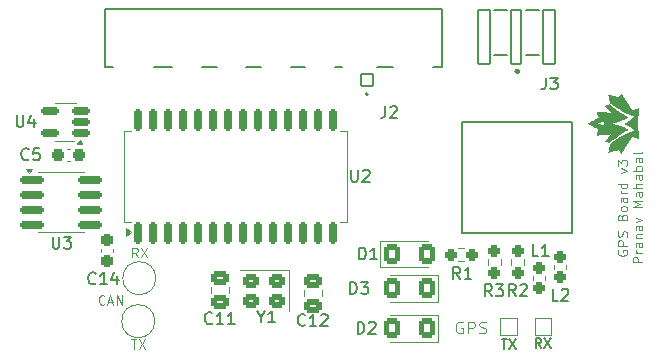
<source format=gto>
G04 #@! TF.GenerationSoftware,KiCad,Pcbnew,9.0.6*
G04 #@! TF.CreationDate,2026-01-16T18:23:39-05:00*
G04 #@! TF.ProjectId,gps_2,6770735f-322e-46b6-9963-61645f706362,AA*
G04 #@! TF.SameCoordinates,Original*
G04 #@! TF.FileFunction,Legend,Top*
G04 #@! TF.FilePolarity,Positive*
%FSLAX46Y46*%
G04 Gerber Fmt 4.6, Leading zero omitted, Abs format (unit mm)*
G04 Created by KiCad (PCBNEW 9.0.6) date 2026-01-16 18:23:39*
%MOMM*%
%LPD*%
G01*
G04 APERTURE LIST*
G04 Aperture macros list*
%AMRoundRect*
0 Rectangle with rounded corners*
0 $1 Rounding radius*
0 $2 $3 $4 $5 $6 $7 $8 $9 X,Y pos of 4 corners*
0 Add a 4 corners polygon primitive as box body*
4,1,4,$2,$3,$4,$5,$6,$7,$8,$9,$2,$3,0*
0 Add four circle primitives for the rounded corners*
1,1,$1+$1,$2,$3*
1,1,$1+$1,$4,$5*
1,1,$1+$1,$6,$7*
1,1,$1+$1,$8,$9*
0 Add four rect primitives between the rounded corners*
20,1,$1+$1,$2,$3,$4,$5,0*
20,1,$1+$1,$4,$5,$6,$7,0*
20,1,$1+$1,$6,$7,$8,$9,0*
20,1,$1+$1,$8,$9,$2,$3,0*%
G04 Aperture macros list end*
%ADD10C,0.100000*%
%ADD11C,0.150000*%
%ADD12C,0.125000*%
%ADD13C,0.120000*%
%ADD14C,0.152400*%
%ADD15C,0.127000*%
%ADD16C,0.300000*%
%ADD17C,0.200000*%
%ADD18C,0.010000*%
%ADD19C,2.000000*%
%ADD20C,6.400000*%
%ADD21R,1.000000X1.000000*%
%ADD22RoundRect,0.250000X0.475000X-0.337500X0.475000X0.337500X-0.475000X0.337500X-0.475000X-0.337500X0*%
%ADD23RoundRect,0.237500X-0.237500X0.287500X-0.237500X-0.287500X0.237500X-0.287500X0.237500X0.287500X0*%
%ADD24RoundRect,0.250000X-0.475000X0.337500X-0.475000X-0.337500X0.475000X-0.337500X0.475000X0.337500X0*%
%ADD25RoundRect,0.250000X0.450000X0.350000X-0.450000X0.350000X-0.450000X-0.350000X0.450000X-0.350000X0*%
%ADD26RoundRect,0.150000X0.150000X-0.750000X0.150000X0.750000X-0.150000X0.750000X-0.150000X-0.750000X0*%
%ADD27RoundRect,0.237500X0.250000X0.237500X-0.250000X0.237500X-0.250000X-0.237500X0.250000X-0.237500X0*%
%ADD28RoundRect,0.150000X-0.825000X-0.150000X0.825000X-0.150000X0.825000X0.150000X-0.825000X0.150000X0*%
%ADD29RoundRect,0.162500X0.617500X0.162500X-0.617500X0.162500X-0.617500X-0.162500X0.617500X-0.162500X0*%
%ADD30RoundRect,0.237500X-0.237500X0.250000X-0.237500X-0.250000X0.237500X-0.250000X0.237500X0.250000X0*%
%ADD31C,0.990600*%
%ADD32R,0.990600X0.990600*%
%ADD33RoundRect,0.102000X0.425000X2.280000X-0.425000X2.280000X-0.425000X-2.280000X0.425000X-2.280000X0*%
%ADD34RoundRect,0.102000X0.500000X2.280000X-0.500000X2.280000X-0.500000X-2.280000X0.500000X-2.280000X0*%
%ADD35C,2.550000*%
%ADD36RoundRect,0.102000X0.500000X0.500000X-0.500000X0.500000X-0.500000X-0.500000X0.500000X-0.500000X0*%
%ADD37C,1.204000*%
%ADD38C,2.379000*%
%ADD39RoundRect,0.250001X0.462499X0.624999X-0.462499X0.624999X-0.462499X-0.624999X0.462499X-0.624999X0*%
%ADD40RoundRect,0.237500X-0.237500X0.300000X-0.237500X-0.300000X0.237500X-0.300000X0.237500X0.300000X0*%
%ADD41RoundRect,0.250001X-0.462499X-0.624999X0.462499X-0.624999X0.462499X0.624999X-0.462499X0.624999X0*%
%ADD42RoundRect,0.237500X-0.300000X-0.237500X0.300000X-0.237500X0.300000X0.237500X-0.300000X0.237500X0*%
G04 APERTURE END LIST*
D10*
X140550476Y-127936495D02*
X141007619Y-127936495D01*
X140779047Y-128736495D02*
X140779047Y-127936495D01*
X141198095Y-127936495D02*
X141731429Y-128736495D01*
X141731429Y-127936495D02*
X141198095Y-128736495D01*
D11*
X171932676Y-127908495D02*
X172389819Y-127908495D01*
X172161247Y-128708495D02*
X172161247Y-127908495D01*
X172580295Y-127908495D02*
X173113629Y-128708495D01*
X173113629Y-127908495D02*
X172580295Y-128708495D01*
D10*
X181789013Y-120380001D02*
X181750918Y-120456191D01*
X181750918Y-120456191D02*
X181750918Y-120570477D01*
X181750918Y-120570477D02*
X181789013Y-120684763D01*
X181789013Y-120684763D02*
X181865203Y-120760953D01*
X181865203Y-120760953D02*
X181941394Y-120799048D01*
X181941394Y-120799048D02*
X182093775Y-120837144D01*
X182093775Y-120837144D02*
X182208061Y-120837144D01*
X182208061Y-120837144D02*
X182360442Y-120799048D01*
X182360442Y-120799048D02*
X182436632Y-120760953D01*
X182436632Y-120760953D02*
X182512823Y-120684763D01*
X182512823Y-120684763D02*
X182550918Y-120570477D01*
X182550918Y-120570477D02*
X182550918Y-120494286D01*
X182550918Y-120494286D02*
X182512823Y-120380001D01*
X182512823Y-120380001D02*
X182474727Y-120341905D01*
X182474727Y-120341905D02*
X182208061Y-120341905D01*
X182208061Y-120341905D02*
X182208061Y-120494286D01*
X182550918Y-119999048D02*
X181750918Y-119999048D01*
X181750918Y-119999048D02*
X181750918Y-119694286D01*
X181750918Y-119694286D02*
X181789013Y-119618096D01*
X181789013Y-119618096D02*
X181827108Y-119580001D01*
X181827108Y-119580001D02*
X181903299Y-119541905D01*
X181903299Y-119541905D02*
X182017584Y-119541905D01*
X182017584Y-119541905D02*
X182093775Y-119580001D01*
X182093775Y-119580001D02*
X182131870Y-119618096D01*
X182131870Y-119618096D02*
X182169965Y-119694286D01*
X182169965Y-119694286D02*
X182169965Y-119999048D01*
X182512823Y-119237144D02*
X182550918Y-119122858D01*
X182550918Y-119122858D02*
X182550918Y-118932382D01*
X182550918Y-118932382D02*
X182512823Y-118856191D01*
X182512823Y-118856191D02*
X182474727Y-118818096D01*
X182474727Y-118818096D02*
X182398537Y-118780001D01*
X182398537Y-118780001D02*
X182322346Y-118780001D01*
X182322346Y-118780001D02*
X182246156Y-118818096D01*
X182246156Y-118818096D02*
X182208061Y-118856191D01*
X182208061Y-118856191D02*
X182169965Y-118932382D01*
X182169965Y-118932382D02*
X182131870Y-119084763D01*
X182131870Y-119084763D02*
X182093775Y-119160953D01*
X182093775Y-119160953D02*
X182055680Y-119199048D01*
X182055680Y-119199048D02*
X181979489Y-119237144D01*
X181979489Y-119237144D02*
X181903299Y-119237144D01*
X181903299Y-119237144D02*
X181827108Y-119199048D01*
X181827108Y-119199048D02*
X181789013Y-119160953D01*
X181789013Y-119160953D02*
X181750918Y-119084763D01*
X181750918Y-119084763D02*
X181750918Y-118894286D01*
X181750918Y-118894286D02*
X181789013Y-118780001D01*
X182131870Y-117560953D02*
X182169965Y-117446667D01*
X182169965Y-117446667D02*
X182208061Y-117408572D01*
X182208061Y-117408572D02*
X182284251Y-117370476D01*
X182284251Y-117370476D02*
X182398537Y-117370476D01*
X182398537Y-117370476D02*
X182474727Y-117408572D01*
X182474727Y-117408572D02*
X182512823Y-117446667D01*
X182512823Y-117446667D02*
X182550918Y-117522857D01*
X182550918Y-117522857D02*
X182550918Y-117827619D01*
X182550918Y-117827619D02*
X181750918Y-117827619D01*
X181750918Y-117827619D02*
X181750918Y-117560953D01*
X181750918Y-117560953D02*
X181789013Y-117484762D01*
X181789013Y-117484762D02*
X181827108Y-117446667D01*
X181827108Y-117446667D02*
X181903299Y-117408572D01*
X181903299Y-117408572D02*
X181979489Y-117408572D01*
X181979489Y-117408572D02*
X182055680Y-117446667D01*
X182055680Y-117446667D02*
X182093775Y-117484762D01*
X182093775Y-117484762D02*
X182131870Y-117560953D01*
X182131870Y-117560953D02*
X182131870Y-117827619D01*
X182550918Y-116913334D02*
X182512823Y-116989524D01*
X182512823Y-116989524D02*
X182474727Y-117027619D01*
X182474727Y-117027619D02*
X182398537Y-117065715D01*
X182398537Y-117065715D02*
X182169965Y-117065715D01*
X182169965Y-117065715D02*
X182093775Y-117027619D01*
X182093775Y-117027619D02*
X182055680Y-116989524D01*
X182055680Y-116989524D02*
X182017584Y-116913334D01*
X182017584Y-116913334D02*
X182017584Y-116799048D01*
X182017584Y-116799048D02*
X182055680Y-116722857D01*
X182055680Y-116722857D02*
X182093775Y-116684762D01*
X182093775Y-116684762D02*
X182169965Y-116646667D01*
X182169965Y-116646667D02*
X182398537Y-116646667D01*
X182398537Y-116646667D02*
X182474727Y-116684762D01*
X182474727Y-116684762D02*
X182512823Y-116722857D01*
X182512823Y-116722857D02*
X182550918Y-116799048D01*
X182550918Y-116799048D02*
X182550918Y-116913334D01*
X182550918Y-115960952D02*
X182131870Y-115960952D01*
X182131870Y-115960952D02*
X182055680Y-115999047D01*
X182055680Y-115999047D02*
X182017584Y-116075238D01*
X182017584Y-116075238D02*
X182017584Y-116227619D01*
X182017584Y-116227619D02*
X182055680Y-116303809D01*
X182512823Y-115960952D02*
X182550918Y-116037143D01*
X182550918Y-116037143D02*
X182550918Y-116227619D01*
X182550918Y-116227619D02*
X182512823Y-116303809D01*
X182512823Y-116303809D02*
X182436632Y-116341905D01*
X182436632Y-116341905D02*
X182360442Y-116341905D01*
X182360442Y-116341905D02*
X182284251Y-116303809D01*
X182284251Y-116303809D02*
X182246156Y-116227619D01*
X182246156Y-116227619D02*
X182246156Y-116037143D01*
X182246156Y-116037143D02*
X182208061Y-115960952D01*
X182550918Y-115579999D02*
X182017584Y-115579999D01*
X182169965Y-115579999D02*
X182093775Y-115541904D01*
X182093775Y-115541904D02*
X182055680Y-115503809D01*
X182055680Y-115503809D02*
X182017584Y-115427618D01*
X182017584Y-115427618D02*
X182017584Y-115351428D01*
X182550918Y-114741904D02*
X181750918Y-114741904D01*
X182512823Y-114741904D02*
X182550918Y-114818095D01*
X182550918Y-114818095D02*
X182550918Y-114970476D01*
X182550918Y-114970476D02*
X182512823Y-115046666D01*
X182512823Y-115046666D02*
X182474727Y-115084761D01*
X182474727Y-115084761D02*
X182398537Y-115122857D01*
X182398537Y-115122857D02*
X182169965Y-115122857D01*
X182169965Y-115122857D02*
X182093775Y-115084761D01*
X182093775Y-115084761D02*
X182055680Y-115046666D01*
X182055680Y-115046666D02*
X182017584Y-114970476D01*
X182017584Y-114970476D02*
X182017584Y-114818095D01*
X182017584Y-114818095D02*
X182055680Y-114741904D01*
X182017584Y-113827618D02*
X182550918Y-113637142D01*
X182550918Y-113637142D02*
X182017584Y-113446665D01*
X181750918Y-113218094D02*
X181750918Y-112722856D01*
X181750918Y-112722856D02*
X182055680Y-112989522D01*
X182055680Y-112989522D02*
X182055680Y-112875237D01*
X182055680Y-112875237D02*
X182093775Y-112799046D01*
X182093775Y-112799046D02*
X182131870Y-112760951D01*
X182131870Y-112760951D02*
X182208061Y-112722856D01*
X182208061Y-112722856D02*
X182398537Y-112722856D01*
X182398537Y-112722856D02*
X182474727Y-112760951D01*
X182474727Y-112760951D02*
X182512823Y-112799046D01*
X182512823Y-112799046D02*
X182550918Y-112875237D01*
X182550918Y-112875237D02*
X182550918Y-113103808D01*
X182550918Y-113103808D02*
X182512823Y-113179999D01*
X182512823Y-113179999D02*
X182474727Y-113218094D01*
X183838873Y-121408573D02*
X183038873Y-121408573D01*
X183038873Y-121408573D02*
X183038873Y-121103811D01*
X183038873Y-121103811D02*
X183076968Y-121027621D01*
X183076968Y-121027621D02*
X183115063Y-120989526D01*
X183115063Y-120989526D02*
X183191254Y-120951430D01*
X183191254Y-120951430D02*
X183305539Y-120951430D01*
X183305539Y-120951430D02*
X183381730Y-120989526D01*
X183381730Y-120989526D02*
X183419825Y-121027621D01*
X183419825Y-121027621D02*
X183457920Y-121103811D01*
X183457920Y-121103811D02*
X183457920Y-121408573D01*
X183838873Y-120608573D02*
X183305539Y-120608573D01*
X183457920Y-120608573D02*
X183381730Y-120570478D01*
X183381730Y-120570478D02*
X183343635Y-120532383D01*
X183343635Y-120532383D02*
X183305539Y-120456192D01*
X183305539Y-120456192D02*
X183305539Y-120380002D01*
X183838873Y-119770478D02*
X183419825Y-119770478D01*
X183419825Y-119770478D02*
X183343635Y-119808573D01*
X183343635Y-119808573D02*
X183305539Y-119884764D01*
X183305539Y-119884764D02*
X183305539Y-120037145D01*
X183305539Y-120037145D02*
X183343635Y-120113335D01*
X183800778Y-119770478D02*
X183838873Y-119846669D01*
X183838873Y-119846669D02*
X183838873Y-120037145D01*
X183838873Y-120037145D02*
X183800778Y-120113335D01*
X183800778Y-120113335D02*
X183724587Y-120151431D01*
X183724587Y-120151431D02*
X183648397Y-120151431D01*
X183648397Y-120151431D02*
X183572206Y-120113335D01*
X183572206Y-120113335D02*
X183534111Y-120037145D01*
X183534111Y-120037145D02*
X183534111Y-119846669D01*
X183534111Y-119846669D02*
X183496016Y-119770478D01*
X183305539Y-119389525D02*
X183838873Y-119389525D01*
X183381730Y-119389525D02*
X183343635Y-119351430D01*
X183343635Y-119351430D02*
X183305539Y-119275240D01*
X183305539Y-119275240D02*
X183305539Y-119160954D01*
X183305539Y-119160954D02*
X183343635Y-119084763D01*
X183343635Y-119084763D02*
X183419825Y-119046668D01*
X183419825Y-119046668D02*
X183838873Y-119046668D01*
X183838873Y-118322858D02*
X183419825Y-118322858D01*
X183419825Y-118322858D02*
X183343635Y-118360953D01*
X183343635Y-118360953D02*
X183305539Y-118437144D01*
X183305539Y-118437144D02*
X183305539Y-118589525D01*
X183305539Y-118589525D02*
X183343635Y-118665715D01*
X183800778Y-118322858D02*
X183838873Y-118399049D01*
X183838873Y-118399049D02*
X183838873Y-118589525D01*
X183838873Y-118589525D02*
X183800778Y-118665715D01*
X183800778Y-118665715D02*
X183724587Y-118703811D01*
X183724587Y-118703811D02*
X183648397Y-118703811D01*
X183648397Y-118703811D02*
X183572206Y-118665715D01*
X183572206Y-118665715D02*
X183534111Y-118589525D01*
X183534111Y-118589525D02*
X183534111Y-118399049D01*
X183534111Y-118399049D02*
X183496016Y-118322858D01*
X183305539Y-118018096D02*
X183838873Y-117827620D01*
X183838873Y-117827620D02*
X183305539Y-117637143D01*
X183838873Y-116722857D02*
X183038873Y-116722857D01*
X183038873Y-116722857D02*
X183610301Y-116456191D01*
X183610301Y-116456191D02*
X183038873Y-116189524D01*
X183038873Y-116189524D02*
X183838873Y-116189524D01*
X183838873Y-115465714D02*
X183419825Y-115465714D01*
X183419825Y-115465714D02*
X183343635Y-115503809D01*
X183343635Y-115503809D02*
X183305539Y-115580000D01*
X183305539Y-115580000D02*
X183305539Y-115732381D01*
X183305539Y-115732381D02*
X183343635Y-115808571D01*
X183800778Y-115465714D02*
X183838873Y-115541905D01*
X183838873Y-115541905D02*
X183838873Y-115732381D01*
X183838873Y-115732381D02*
X183800778Y-115808571D01*
X183800778Y-115808571D02*
X183724587Y-115846667D01*
X183724587Y-115846667D02*
X183648397Y-115846667D01*
X183648397Y-115846667D02*
X183572206Y-115808571D01*
X183572206Y-115808571D02*
X183534111Y-115732381D01*
X183534111Y-115732381D02*
X183534111Y-115541905D01*
X183534111Y-115541905D02*
X183496016Y-115465714D01*
X183838873Y-115084761D02*
X183038873Y-115084761D01*
X183838873Y-114741904D02*
X183419825Y-114741904D01*
X183419825Y-114741904D02*
X183343635Y-114779999D01*
X183343635Y-114779999D02*
X183305539Y-114856190D01*
X183305539Y-114856190D02*
X183305539Y-114970476D01*
X183305539Y-114970476D02*
X183343635Y-115046666D01*
X183343635Y-115046666D02*
X183381730Y-115084761D01*
X183838873Y-114018094D02*
X183419825Y-114018094D01*
X183419825Y-114018094D02*
X183343635Y-114056189D01*
X183343635Y-114056189D02*
X183305539Y-114132380D01*
X183305539Y-114132380D02*
X183305539Y-114284761D01*
X183305539Y-114284761D02*
X183343635Y-114360951D01*
X183800778Y-114018094D02*
X183838873Y-114094285D01*
X183838873Y-114094285D02*
X183838873Y-114284761D01*
X183838873Y-114284761D02*
X183800778Y-114360951D01*
X183800778Y-114360951D02*
X183724587Y-114399047D01*
X183724587Y-114399047D02*
X183648397Y-114399047D01*
X183648397Y-114399047D02*
X183572206Y-114360951D01*
X183572206Y-114360951D02*
X183534111Y-114284761D01*
X183534111Y-114284761D02*
X183534111Y-114094285D01*
X183534111Y-114094285D02*
X183496016Y-114018094D01*
X183838873Y-113637141D02*
X183038873Y-113637141D01*
X183343635Y-113637141D02*
X183305539Y-113560951D01*
X183305539Y-113560951D02*
X183305539Y-113408570D01*
X183305539Y-113408570D02*
X183343635Y-113332379D01*
X183343635Y-113332379D02*
X183381730Y-113294284D01*
X183381730Y-113294284D02*
X183457920Y-113256189D01*
X183457920Y-113256189D02*
X183686492Y-113256189D01*
X183686492Y-113256189D02*
X183762682Y-113294284D01*
X183762682Y-113294284D02*
X183800778Y-113332379D01*
X183800778Y-113332379D02*
X183838873Y-113408570D01*
X183838873Y-113408570D02*
X183838873Y-113560951D01*
X183838873Y-113560951D02*
X183800778Y-113637141D01*
X183838873Y-112570474D02*
X183419825Y-112570474D01*
X183419825Y-112570474D02*
X183343635Y-112608569D01*
X183343635Y-112608569D02*
X183305539Y-112684760D01*
X183305539Y-112684760D02*
X183305539Y-112837141D01*
X183305539Y-112837141D02*
X183343635Y-112913331D01*
X183800778Y-112570474D02*
X183838873Y-112646665D01*
X183838873Y-112646665D02*
X183838873Y-112837141D01*
X183838873Y-112837141D02*
X183800778Y-112913331D01*
X183800778Y-112913331D02*
X183724587Y-112951427D01*
X183724587Y-112951427D02*
X183648397Y-112951427D01*
X183648397Y-112951427D02*
X183572206Y-112913331D01*
X183572206Y-112913331D02*
X183534111Y-112837141D01*
X183534111Y-112837141D02*
X183534111Y-112646665D01*
X183534111Y-112646665D02*
X183496016Y-112570474D01*
X183838873Y-112075236D02*
X183800778Y-112151426D01*
X183800778Y-112151426D02*
X183724587Y-112189521D01*
X183724587Y-112189521D02*
X183038873Y-112189521D01*
D11*
X175286667Y-128632295D02*
X175020000Y-128251342D01*
X174829524Y-128632295D02*
X174829524Y-127832295D01*
X174829524Y-127832295D02*
X175134286Y-127832295D01*
X175134286Y-127832295D02*
X175210476Y-127870390D01*
X175210476Y-127870390D02*
X175248571Y-127908485D01*
X175248571Y-127908485D02*
X175286667Y-127984676D01*
X175286667Y-127984676D02*
X175286667Y-128098961D01*
X175286667Y-128098961D02*
X175248571Y-128175152D01*
X175248571Y-128175152D02*
X175210476Y-128213247D01*
X175210476Y-128213247D02*
X175134286Y-128251342D01*
X175134286Y-128251342D02*
X174829524Y-128251342D01*
X175553333Y-127832295D02*
X176086667Y-128632295D01*
X176086667Y-127832295D02*
X175553333Y-128632295D01*
D10*
X138305208Y-124915704D02*
X138267112Y-124953800D01*
X138267112Y-124953800D02*
X138152827Y-124991895D01*
X138152827Y-124991895D02*
X138076636Y-124991895D01*
X138076636Y-124991895D02*
X137962350Y-124953800D01*
X137962350Y-124953800D02*
X137886160Y-124877609D01*
X137886160Y-124877609D02*
X137848065Y-124801419D01*
X137848065Y-124801419D02*
X137809969Y-124649038D01*
X137809969Y-124649038D02*
X137809969Y-124534752D01*
X137809969Y-124534752D02*
X137848065Y-124382371D01*
X137848065Y-124382371D02*
X137886160Y-124306180D01*
X137886160Y-124306180D02*
X137962350Y-124229990D01*
X137962350Y-124229990D02*
X138076636Y-124191895D01*
X138076636Y-124191895D02*
X138152827Y-124191895D01*
X138152827Y-124191895D02*
X138267112Y-124229990D01*
X138267112Y-124229990D02*
X138305208Y-124268085D01*
X138609969Y-124763323D02*
X138990922Y-124763323D01*
X138533779Y-124991895D02*
X138800446Y-124191895D01*
X138800446Y-124191895D02*
X139067112Y-124991895D01*
X139333779Y-124991895D02*
X139333779Y-124191895D01*
X139333779Y-124191895D02*
X139790922Y-124991895D01*
X139790922Y-124991895D02*
X139790922Y-124191895D01*
D12*
X168624140Y-126478738D02*
X168528902Y-126431119D01*
X168528902Y-126431119D02*
X168386045Y-126431119D01*
X168386045Y-126431119D02*
X168243188Y-126478738D01*
X168243188Y-126478738D02*
X168147950Y-126573976D01*
X168147950Y-126573976D02*
X168100331Y-126669214D01*
X168100331Y-126669214D02*
X168052712Y-126859690D01*
X168052712Y-126859690D02*
X168052712Y-127002547D01*
X168052712Y-127002547D02*
X168100331Y-127193023D01*
X168100331Y-127193023D02*
X168147950Y-127288261D01*
X168147950Y-127288261D02*
X168243188Y-127383500D01*
X168243188Y-127383500D02*
X168386045Y-127431119D01*
X168386045Y-127431119D02*
X168481283Y-127431119D01*
X168481283Y-127431119D02*
X168624140Y-127383500D01*
X168624140Y-127383500D02*
X168671759Y-127335880D01*
X168671759Y-127335880D02*
X168671759Y-127002547D01*
X168671759Y-127002547D02*
X168481283Y-127002547D01*
X169100331Y-127431119D02*
X169100331Y-126431119D01*
X169100331Y-126431119D02*
X169481283Y-126431119D01*
X169481283Y-126431119D02*
X169576521Y-126478738D01*
X169576521Y-126478738D02*
X169624140Y-126526357D01*
X169624140Y-126526357D02*
X169671759Y-126621595D01*
X169671759Y-126621595D02*
X169671759Y-126764452D01*
X169671759Y-126764452D02*
X169624140Y-126859690D01*
X169624140Y-126859690D02*
X169576521Y-126907309D01*
X169576521Y-126907309D02*
X169481283Y-126954928D01*
X169481283Y-126954928D02*
X169100331Y-126954928D01*
X170052712Y-127383500D02*
X170195569Y-127431119D01*
X170195569Y-127431119D02*
X170433664Y-127431119D01*
X170433664Y-127431119D02*
X170528902Y-127383500D01*
X170528902Y-127383500D02*
X170576521Y-127335880D01*
X170576521Y-127335880D02*
X170624140Y-127240642D01*
X170624140Y-127240642D02*
X170624140Y-127145404D01*
X170624140Y-127145404D02*
X170576521Y-127050166D01*
X170576521Y-127050166D02*
X170528902Y-127002547D01*
X170528902Y-127002547D02*
X170433664Y-126954928D01*
X170433664Y-126954928D02*
X170243188Y-126907309D01*
X170243188Y-126907309D02*
X170147950Y-126859690D01*
X170147950Y-126859690D02*
X170100331Y-126812071D01*
X170100331Y-126812071D02*
X170052712Y-126716833D01*
X170052712Y-126716833D02*
X170052712Y-126621595D01*
X170052712Y-126621595D02*
X170100331Y-126526357D01*
X170100331Y-126526357D02*
X170147950Y-126478738D01*
X170147950Y-126478738D02*
X170243188Y-126431119D01*
X170243188Y-126431119D02*
X170481283Y-126431119D01*
X170481283Y-126431119D02*
X170624140Y-126478738D01*
D10*
X141116667Y-120964095D02*
X140850000Y-120583142D01*
X140659524Y-120964095D02*
X140659524Y-120164095D01*
X140659524Y-120164095D02*
X140964286Y-120164095D01*
X140964286Y-120164095D02*
X141040476Y-120202190D01*
X141040476Y-120202190D02*
X141078571Y-120240285D01*
X141078571Y-120240285D02*
X141116667Y-120316476D01*
X141116667Y-120316476D02*
X141116667Y-120430761D01*
X141116667Y-120430761D02*
X141078571Y-120506952D01*
X141078571Y-120506952D02*
X141040476Y-120545047D01*
X141040476Y-120545047D02*
X140964286Y-120583142D01*
X140964286Y-120583142D02*
X140659524Y-120583142D01*
X141383333Y-120164095D02*
X141916667Y-120964095D01*
X141916667Y-120164095D02*
X141383333Y-120964095D01*
D11*
X147427142Y-126546780D02*
X147379523Y-126594400D01*
X147379523Y-126594400D02*
X147236666Y-126642019D01*
X147236666Y-126642019D02*
X147141428Y-126642019D01*
X147141428Y-126642019D02*
X146998571Y-126594400D01*
X146998571Y-126594400D02*
X146903333Y-126499161D01*
X146903333Y-126499161D02*
X146855714Y-126403923D01*
X146855714Y-126403923D02*
X146808095Y-126213447D01*
X146808095Y-126213447D02*
X146808095Y-126070590D01*
X146808095Y-126070590D02*
X146855714Y-125880114D01*
X146855714Y-125880114D02*
X146903333Y-125784876D01*
X146903333Y-125784876D02*
X146998571Y-125689638D01*
X146998571Y-125689638D02*
X147141428Y-125642019D01*
X147141428Y-125642019D02*
X147236666Y-125642019D01*
X147236666Y-125642019D02*
X147379523Y-125689638D01*
X147379523Y-125689638D02*
X147427142Y-125737257D01*
X148379523Y-126642019D02*
X147808095Y-126642019D01*
X148093809Y-126642019D02*
X148093809Y-125642019D01*
X148093809Y-125642019D02*
X147998571Y-125784876D01*
X147998571Y-125784876D02*
X147903333Y-125880114D01*
X147903333Y-125880114D02*
X147808095Y-125927733D01*
X149331904Y-126642019D02*
X148760476Y-126642019D01*
X149046190Y-126642019D02*
X149046190Y-125642019D01*
X149046190Y-125642019D02*
X148950952Y-125784876D01*
X148950952Y-125784876D02*
X148855714Y-125880114D01*
X148855714Y-125880114D02*
X148760476Y-125927733D01*
X176718933Y-124660819D02*
X176242743Y-124660819D01*
X176242743Y-124660819D02*
X176242743Y-123660819D01*
X177004648Y-123756057D02*
X177052267Y-123708438D01*
X177052267Y-123708438D02*
X177147505Y-123660819D01*
X177147505Y-123660819D02*
X177385600Y-123660819D01*
X177385600Y-123660819D02*
X177480838Y-123708438D01*
X177480838Y-123708438D02*
X177528457Y-123756057D01*
X177528457Y-123756057D02*
X177576076Y-123851295D01*
X177576076Y-123851295D02*
X177576076Y-123946533D01*
X177576076Y-123946533D02*
X177528457Y-124089390D01*
X177528457Y-124089390D02*
X176957029Y-124660819D01*
X176957029Y-124660819D02*
X177576076Y-124660819D01*
X155287742Y-126699180D02*
X155240123Y-126746800D01*
X155240123Y-126746800D02*
X155097266Y-126794419D01*
X155097266Y-126794419D02*
X155002028Y-126794419D01*
X155002028Y-126794419D02*
X154859171Y-126746800D01*
X154859171Y-126746800D02*
X154763933Y-126651561D01*
X154763933Y-126651561D02*
X154716314Y-126556323D01*
X154716314Y-126556323D02*
X154668695Y-126365847D01*
X154668695Y-126365847D02*
X154668695Y-126222990D01*
X154668695Y-126222990D02*
X154716314Y-126032514D01*
X154716314Y-126032514D02*
X154763933Y-125937276D01*
X154763933Y-125937276D02*
X154859171Y-125842038D01*
X154859171Y-125842038D02*
X155002028Y-125794419D01*
X155002028Y-125794419D02*
X155097266Y-125794419D01*
X155097266Y-125794419D02*
X155240123Y-125842038D01*
X155240123Y-125842038D02*
X155287742Y-125889657D01*
X156240123Y-126794419D02*
X155668695Y-126794419D01*
X155954409Y-126794419D02*
X155954409Y-125794419D01*
X155954409Y-125794419D02*
X155859171Y-125937276D01*
X155859171Y-125937276D02*
X155763933Y-126032514D01*
X155763933Y-126032514D02*
X155668695Y-126080133D01*
X156621076Y-125889657D02*
X156668695Y-125842038D01*
X156668695Y-125842038D02*
X156763933Y-125794419D01*
X156763933Y-125794419D02*
X157002028Y-125794419D01*
X157002028Y-125794419D02*
X157097266Y-125842038D01*
X157097266Y-125842038D02*
X157144885Y-125889657D01*
X157144885Y-125889657D02*
X157192504Y-125984895D01*
X157192504Y-125984895D02*
X157192504Y-126080133D01*
X157192504Y-126080133D02*
X157144885Y-126222990D01*
X157144885Y-126222990D02*
X156573457Y-126794419D01*
X156573457Y-126794419D02*
X157192504Y-126794419D01*
X151568209Y-126013428D02*
X151568209Y-126489619D01*
X151234876Y-125489619D02*
X151568209Y-126013428D01*
X151568209Y-126013428D02*
X151901542Y-125489619D01*
X152758685Y-126489619D02*
X152187257Y-126489619D01*
X152472971Y-126489619D02*
X152472971Y-125489619D01*
X152472971Y-125489619D02*
X152377733Y-125632476D01*
X152377733Y-125632476D02*
X152282495Y-125727714D01*
X152282495Y-125727714D02*
X152187257Y-125775333D01*
X159181895Y-113577019D02*
X159181895Y-114386542D01*
X159181895Y-114386542D02*
X159229514Y-114481780D01*
X159229514Y-114481780D02*
X159277133Y-114529400D01*
X159277133Y-114529400D02*
X159372371Y-114577019D01*
X159372371Y-114577019D02*
X159562847Y-114577019D01*
X159562847Y-114577019D02*
X159658085Y-114529400D01*
X159658085Y-114529400D02*
X159705704Y-114481780D01*
X159705704Y-114481780D02*
X159753323Y-114386542D01*
X159753323Y-114386542D02*
X159753323Y-113577019D01*
X160181895Y-113672257D02*
X160229514Y-113624638D01*
X160229514Y-113624638D02*
X160324752Y-113577019D01*
X160324752Y-113577019D02*
X160562847Y-113577019D01*
X160562847Y-113577019D02*
X160658085Y-113624638D01*
X160658085Y-113624638D02*
X160705704Y-113672257D01*
X160705704Y-113672257D02*
X160753323Y-113767495D01*
X160753323Y-113767495D02*
X160753323Y-113862733D01*
X160753323Y-113862733D02*
X160705704Y-114005590D01*
X160705704Y-114005590D02*
X160134276Y-114577019D01*
X160134276Y-114577019D02*
X160753323Y-114577019D01*
X168413133Y-122806619D02*
X168079800Y-122330428D01*
X167841705Y-122806619D02*
X167841705Y-121806619D01*
X167841705Y-121806619D02*
X168222657Y-121806619D01*
X168222657Y-121806619D02*
X168317895Y-121854238D01*
X168317895Y-121854238D02*
X168365514Y-121901857D01*
X168365514Y-121901857D02*
X168413133Y-121997095D01*
X168413133Y-121997095D02*
X168413133Y-122139952D01*
X168413133Y-122139952D02*
X168365514Y-122235190D01*
X168365514Y-122235190D02*
X168317895Y-122282809D01*
X168317895Y-122282809D02*
X168222657Y-122330428D01*
X168222657Y-122330428D02*
X167841705Y-122330428D01*
X169365514Y-122806619D02*
X168794086Y-122806619D01*
X169079800Y-122806619D02*
X169079800Y-121806619D01*
X169079800Y-121806619D02*
X168984562Y-121949476D01*
X168984562Y-121949476D02*
X168889324Y-122044714D01*
X168889324Y-122044714D02*
X168794086Y-122092333D01*
X133908895Y-119241219D02*
X133908895Y-120050742D01*
X133908895Y-120050742D02*
X133956514Y-120145980D01*
X133956514Y-120145980D02*
X134004133Y-120193600D01*
X134004133Y-120193600D02*
X134099371Y-120241219D01*
X134099371Y-120241219D02*
X134289847Y-120241219D01*
X134289847Y-120241219D02*
X134385085Y-120193600D01*
X134385085Y-120193600D02*
X134432704Y-120145980D01*
X134432704Y-120145980D02*
X134480323Y-120050742D01*
X134480323Y-120050742D02*
X134480323Y-119241219D01*
X134861276Y-119241219D02*
X135480323Y-119241219D01*
X135480323Y-119241219D02*
X135146990Y-119622171D01*
X135146990Y-119622171D02*
X135289847Y-119622171D01*
X135289847Y-119622171D02*
X135385085Y-119669790D01*
X135385085Y-119669790D02*
X135432704Y-119717409D01*
X135432704Y-119717409D02*
X135480323Y-119812647D01*
X135480323Y-119812647D02*
X135480323Y-120050742D01*
X135480323Y-120050742D02*
X135432704Y-120145980D01*
X135432704Y-120145980D02*
X135385085Y-120193600D01*
X135385085Y-120193600D02*
X135289847Y-120241219D01*
X135289847Y-120241219D02*
X135004133Y-120241219D01*
X135004133Y-120241219D02*
X134908895Y-120193600D01*
X134908895Y-120193600D02*
X134861276Y-120145980D01*
X130860895Y-108954219D02*
X130860895Y-109763742D01*
X130860895Y-109763742D02*
X130908514Y-109858980D01*
X130908514Y-109858980D02*
X130956133Y-109906600D01*
X130956133Y-109906600D02*
X131051371Y-109954219D01*
X131051371Y-109954219D02*
X131241847Y-109954219D01*
X131241847Y-109954219D02*
X131337085Y-109906600D01*
X131337085Y-109906600D02*
X131384704Y-109858980D01*
X131384704Y-109858980D02*
X131432323Y-109763742D01*
X131432323Y-109763742D02*
X131432323Y-108954219D01*
X132337085Y-109287552D02*
X132337085Y-109954219D01*
X132098990Y-108906600D02*
X131860895Y-109620885D01*
X131860895Y-109620885D02*
X132479942Y-109620885D01*
X173118333Y-124262319D02*
X172785000Y-123786128D01*
X172546905Y-124262319D02*
X172546905Y-123262319D01*
X172546905Y-123262319D02*
X172927857Y-123262319D01*
X172927857Y-123262319D02*
X173023095Y-123309938D01*
X173023095Y-123309938D02*
X173070714Y-123357557D01*
X173070714Y-123357557D02*
X173118333Y-123452795D01*
X173118333Y-123452795D02*
X173118333Y-123595652D01*
X173118333Y-123595652D02*
X173070714Y-123690890D01*
X173070714Y-123690890D02*
X173023095Y-123738509D01*
X173023095Y-123738509D02*
X172927857Y-123786128D01*
X172927857Y-123786128D02*
X172546905Y-123786128D01*
X173499286Y-123357557D02*
X173546905Y-123309938D01*
X173546905Y-123309938D02*
X173642143Y-123262319D01*
X173642143Y-123262319D02*
X173880238Y-123262319D01*
X173880238Y-123262319D02*
X173975476Y-123309938D01*
X173975476Y-123309938D02*
X174023095Y-123357557D01*
X174023095Y-123357557D02*
X174070714Y-123452795D01*
X174070714Y-123452795D02*
X174070714Y-123548033D01*
X174070714Y-123548033D02*
X174023095Y-123690890D01*
X174023095Y-123690890D02*
X173451667Y-124262319D01*
X173451667Y-124262319D02*
X174070714Y-124262319D01*
X175663546Y-105763302D02*
X175663546Y-106478274D01*
X175663546Y-106478274D02*
X175615882Y-106621269D01*
X175615882Y-106621269D02*
X175520552Y-106716599D01*
X175520552Y-106716599D02*
X175377558Y-106764263D01*
X175377558Y-106764263D02*
X175282228Y-106764263D01*
X176044865Y-105763302D02*
X176664507Y-105763302D01*
X176664507Y-105763302D02*
X176330854Y-106144621D01*
X176330854Y-106144621D02*
X176473848Y-106144621D01*
X176473848Y-106144621D02*
X176569178Y-106192286D01*
X176569178Y-106192286D02*
X176616843Y-106239950D01*
X176616843Y-106239950D02*
X176664507Y-106335280D01*
X176664507Y-106335280D02*
X176664507Y-106573604D01*
X176664507Y-106573604D02*
X176616843Y-106668934D01*
X176616843Y-106668934D02*
X176569178Y-106716599D01*
X176569178Y-106716599D02*
X176473848Y-106764263D01*
X176473848Y-106764263D02*
X176187859Y-106764263D01*
X176187859Y-106764263D02*
X176092530Y-106716599D01*
X176092530Y-106716599D02*
X176044865Y-106668934D01*
X171108333Y-124282319D02*
X170775000Y-123806128D01*
X170536905Y-124282319D02*
X170536905Y-123282319D01*
X170536905Y-123282319D02*
X170917857Y-123282319D01*
X170917857Y-123282319D02*
X171013095Y-123329938D01*
X171013095Y-123329938D02*
X171060714Y-123377557D01*
X171060714Y-123377557D02*
X171108333Y-123472795D01*
X171108333Y-123472795D02*
X171108333Y-123615652D01*
X171108333Y-123615652D02*
X171060714Y-123710890D01*
X171060714Y-123710890D02*
X171013095Y-123758509D01*
X171013095Y-123758509D02*
X170917857Y-123806128D01*
X170917857Y-123806128D02*
X170536905Y-123806128D01*
X171441667Y-123282319D02*
X172060714Y-123282319D01*
X172060714Y-123282319D02*
X171727381Y-123663271D01*
X171727381Y-123663271D02*
X171870238Y-123663271D01*
X171870238Y-123663271D02*
X171965476Y-123710890D01*
X171965476Y-123710890D02*
X172013095Y-123758509D01*
X172013095Y-123758509D02*
X172060714Y-123853747D01*
X172060714Y-123853747D02*
X172060714Y-124091842D01*
X172060714Y-124091842D02*
X172013095Y-124187080D01*
X172013095Y-124187080D02*
X171965476Y-124234700D01*
X171965476Y-124234700D02*
X171870238Y-124282319D01*
X171870238Y-124282319D02*
X171584524Y-124282319D01*
X171584524Y-124282319D02*
X171489286Y-124234700D01*
X171489286Y-124234700D02*
X171441667Y-124187080D01*
X162074266Y-108192219D02*
X162074266Y-108906504D01*
X162074266Y-108906504D02*
X162026647Y-109049361D01*
X162026647Y-109049361D02*
X161931409Y-109144600D01*
X161931409Y-109144600D02*
X161788552Y-109192219D01*
X161788552Y-109192219D02*
X161693314Y-109192219D01*
X162502838Y-108287457D02*
X162550457Y-108239838D01*
X162550457Y-108239838D02*
X162645695Y-108192219D01*
X162645695Y-108192219D02*
X162883790Y-108192219D01*
X162883790Y-108192219D02*
X162979028Y-108239838D01*
X162979028Y-108239838D02*
X163026647Y-108287457D01*
X163026647Y-108287457D02*
X163074266Y-108382695D01*
X163074266Y-108382695D02*
X163074266Y-108477933D01*
X163074266Y-108477933D02*
X163026647Y-108620790D01*
X163026647Y-108620790D02*
X162455219Y-109192219D01*
X162455219Y-109192219D02*
X163074266Y-109192219D01*
X159104105Y-124074819D02*
X159104105Y-123074819D01*
X159104105Y-123074819D02*
X159342200Y-123074819D01*
X159342200Y-123074819D02*
X159485057Y-123122438D01*
X159485057Y-123122438D02*
X159580295Y-123217676D01*
X159580295Y-123217676D02*
X159627914Y-123312914D01*
X159627914Y-123312914D02*
X159675533Y-123503390D01*
X159675533Y-123503390D02*
X159675533Y-123646247D01*
X159675533Y-123646247D02*
X159627914Y-123836723D01*
X159627914Y-123836723D02*
X159580295Y-123931961D01*
X159580295Y-123931961D02*
X159485057Y-124027200D01*
X159485057Y-124027200D02*
X159342200Y-124074819D01*
X159342200Y-124074819D02*
X159104105Y-124074819D01*
X160008867Y-123074819D02*
X160627914Y-123074819D01*
X160627914Y-123074819D02*
X160294581Y-123455771D01*
X160294581Y-123455771D02*
X160437438Y-123455771D01*
X160437438Y-123455771D02*
X160532676Y-123503390D01*
X160532676Y-123503390D02*
X160580295Y-123551009D01*
X160580295Y-123551009D02*
X160627914Y-123646247D01*
X160627914Y-123646247D02*
X160627914Y-123884342D01*
X160627914Y-123884342D02*
X160580295Y-123979580D01*
X160580295Y-123979580D02*
X160532676Y-124027200D01*
X160532676Y-124027200D02*
X160437438Y-124074819D01*
X160437438Y-124074819D02*
X160151724Y-124074819D01*
X160151724Y-124074819D02*
X160056486Y-124027200D01*
X160056486Y-124027200D02*
X160008867Y-123979580D01*
X137558542Y-123168580D02*
X137510923Y-123216200D01*
X137510923Y-123216200D02*
X137368066Y-123263819D01*
X137368066Y-123263819D02*
X137272828Y-123263819D01*
X137272828Y-123263819D02*
X137129971Y-123216200D01*
X137129971Y-123216200D02*
X137034733Y-123120961D01*
X137034733Y-123120961D02*
X136987114Y-123025723D01*
X136987114Y-123025723D02*
X136939495Y-122835247D01*
X136939495Y-122835247D02*
X136939495Y-122692390D01*
X136939495Y-122692390D02*
X136987114Y-122501914D01*
X136987114Y-122501914D02*
X137034733Y-122406676D01*
X137034733Y-122406676D02*
X137129971Y-122311438D01*
X137129971Y-122311438D02*
X137272828Y-122263819D01*
X137272828Y-122263819D02*
X137368066Y-122263819D01*
X137368066Y-122263819D02*
X137510923Y-122311438D01*
X137510923Y-122311438D02*
X137558542Y-122359057D01*
X138510923Y-123263819D02*
X137939495Y-123263819D01*
X138225209Y-123263819D02*
X138225209Y-122263819D01*
X138225209Y-122263819D02*
X138129971Y-122406676D01*
X138129971Y-122406676D02*
X138034733Y-122501914D01*
X138034733Y-122501914D02*
X137939495Y-122549533D01*
X139368066Y-122597152D02*
X139368066Y-123263819D01*
X139129971Y-122216200D02*
X138891876Y-122930485D01*
X138891876Y-122930485D02*
X139510923Y-122930485D01*
X159866105Y-121155619D02*
X159866105Y-120155619D01*
X159866105Y-120155619D02*
X160104200Y-120155619D01*
X160104200Y-120155619D02*
X160247057Y-120203238D01*
X160247057Y-120203238D02*
X160342295Y-120298476D01*
X160342295Y-120298476D02*
X160389914Y-120393714D01*
X160389914Y-120393714D02*
X160437533Y-120584190D01*
X160437533Y-120584190D02*
X160437533Y-120727047D01*
X160437533Y-120727047D02*
X160389914Y-120917523D01*
X160389914Y-120917523D02*
X160342295Y-121012761D01*
X160342295Y-121012761D02*
X160247057Y-121108000D01*
X160247057Y-121108000D02*
X160104200Y-121155619D01*
X160104200Y-121155619D02*
X159866105Y-121155619D01*
X161389914Y-121155619D02*
X160818486Y-121155619D01*
X161104200Y-121155619D02*
X161104200Y-120155619D01*
X161104200Y-120155619D02*
X161008962Y-120298476D01*
X161008962Y-120298476D02*
X160913724Y-120393714D01*
X160913724Y-120393714D02*
X160818486Y-120441333D01*
X131882083Y-112664580D02*
X131834464Y-112712200D01*
X131834464Y-112712200D02*
X131691607Y-112759819D01*
X131691607Y-112759819D02*
X131596369Y-112759819D01*
X131596369Y-112759819D02*
X131453512Y-112712200D01*
X131453512Y-112712200D02*
X131358274Y-112616961D01*
X131358274Y-112616961D02*
X131310655Y-112521723D01*
X131310655Y-112521723D02*
X131263036Y-112331247D01*
X131263036Y-112331247D02*
X131263036Y-112188390D01*
X131263036Y-112188390D02*
X131310655Y-111997914D01*
X131310655Y-111997914D02*
X131358274Y-111902676D01*
X131358274Y-111902676D02*
X131453512Y-111807438D01*
X131453512Y-111807438D02*
X131596369Y-111759819D01*
X131596369Y-111759819D02*
X131691607Y-111759819D01*
X131691607Y-111759819D02*
X131834464Y-111807438D01*
X131834464Y-111807438D02*
X131882083Y-111855057D01*
X132786845Y-111759819D02*
X132310655Y-111759819D01*
X132310655Y-111759819D02*
X132263036Y-112236009D01*
X132263036Y-112236009D02*
X132310655Y-112188390D01*
X132310655Y-112188390D02*
X132405893Y-112140771D01*
X132405893Y-112140771D02*
X132643988Y-112140771D01*
X132643988Y-112140771D02*
X132739226Y-112188390D01*
X132739226Y-112188390D02*
X132786845Y-112236009D01*
X132786845Y-112236009D02*
X132834464Y-112331247D01*
X132834464Y-112331247D02*
X132834464Y-112569342D01*
X132834464Y-112569342D02*
X132786845Y-112664580D01*
X132786845Y-112664580D02*
X132739226Y-112712200D01*
X132739226Y-112712200D02*
X132643988Y-112759819D01*
X132643988Y-112759819D02*
X132405893Y-112759819D01*
X132405893Y-112759819D02*
X132310655Y-112712200D01*
X132310655Y-112712200D02*
X132263036Y-112664580D01*
X175042533Y-120876219D02*
X174566343Y-120876219D01*
X174566343Y-120876219D02*
X174566343Y-119876219D01*
X175899676Y-120876219D02*
X175328248Y-120876219D01*
X175613962Y-120876219D02*
X175613962Y-119876219D01*
X175613962Y-119876219D02*
X175518724Y-120019076D01*
X175518724Y-120019076D02*
X175423486Y-120114314D01*
X175423486Y-120114314D02*
X175328248Y-120161933D01*
X159739105Y-127454819D02*
X159739105Y-126454819D01*
X159739105Y-126454819D02*
X159977200Y-126454819D01*
X159977200Y-126454819D02*
X160120057Y-126502438D01*
X160120057Y-126502438D02*
X160215295Y-126597676D01*
X160215295Y-126597676D02*
X160262914Y-126692914D01*
X160262914Y-126692914D02*
X160310533Y-126883390D01*
X160310533Y-126883390D02*
X160310533Y-127026247D01*
X160310533Y-127026247D02*
X160262914Y-127216723D01*
X160262914Y-127216723D02*
X160215295Y-127311961D01*
X160215295Y-127311961D02*
X160120057Y-127407200D01*
X160120057Y-127407200D02*
X159977200Y-127454819D01*
X159977200Y-127454819D02*
X159739105Y-127454819D01*
X160691486Y-126550057D02*
X160739105Y-126502438D01*
X160739105Y-126502438D02*
X160834343Y-126454819D01*
X160834343Y-126454819D02*
X161072438Y-126454819D01*
X161072438Y-126454819D02*
X161167676Y-126502438D01*
X161167676Y-126502438D02*
X161215295Y-126550057D01*
X161215295Y-126550057D02*
X161262914Y-126645295D01*
X161262914Y-126645295D02*
X161262914Y-126740533D01*
X161262914Y-126740533D02*
X161215295Y-126883390D01*
X161215295Y-126883390D02*
X160643867Y-127454819D01*
X160643867Y-127454819D02*
X161262914Y-127454819D01*
D13*
G04 #@! TO.C,TP3*
X142560000Y-126390000D02*
G75*
G02*
X139760000Y-126390000I-1400000J0D01*
G01*
X139760000Y-126390000D02*
G75*
G02*
X142560000Y-126390000I1400000J0D01*
G01*
G04 #@! TO.C,TP2*
X171820000Y-126150000D02*
X173220000Y-126150000D01*
X171820000Y-127550000D02*
X171820000Y-126150000D01*
X173220000Y-126150000D02*
X173220000Y-127550000D01*
X173220000Y-127550000D02*
X171820000Y-127550000D01*
G04 #@! TO.C,C11*
X147335000Y-124001252D02*
X147335000Y-123478748D01*
X148805000Y-124001252D02*
X148805000Y-123478748D01*
G04 #@! TO.C,L2*
X176340000Y-121628733D02*
X176340000Y-121971267D01*
X177360000Y-121628733D02*
X177360000Y-121971267D01*
G04 #@! TO.C,C12*
X155215000Y-123776248D02*
X155215000Y-124298752D01*
X156685000Y-123776248D02*
X156685000Y-124298752D01*
G04 #@! TO.C,Y1*
X153887499Y-122090000D02*
X149767499Y-122090000D01*
X153887499Y-125510000D02*
X153887499Y-122090000D01*
G04 #@! TO.C,U2*
X139940000Y-110265000D02*
X140585000Y-110265000D01*
X139940000Y-114125000D02*
X139940000Y-110265000D01*
X139940000Y-114125000D02*
X139940000Y-117985000D01*
X139940000Y-117985000D02*
X140585000Y-117985000D01*
X158860000Y-110265000D02*
X158215000Y-110265000D01*
X158860000Y-114125000D02*
X158860000Y-110265000D01*
X158860000Y-114125000D02*
X158860000Y-117985000D01*
X158860000Y-117985000D02*
X158215000Y-117985000D01*
X140585000Y-118850000D02*
X140115000Y-119190000D01*
X140115000Y-118510000D01*
X140585000Y-118850000D01*
G36*
X140585000Y-118850000D02*
G01*
X140115000Y-119190000D01*
X140115000Y-118510000D01*
X140585000Y-118850000D01*
G37*
G04 #@! TO.C,R1*
X168779724Y-120227500D02*
X168270276Y-120227500D01*
X168779724Y-121272500D02*
X168270276Y-121272500D01*
G04 #@! TO.C,U3*
X134627500Y-113750000D02*
X132677500Y-113750000D01*
X134627500Y-113750000D02*
X136577500Y-113750000D01*
X134627500Y-118870000D02*
X132677500Y-118870000D01*
X134627500Y-118870000D02*
X136577500Y-118870000D01*
X131927500Y-113845000D02*
X131687500Y-113515000D01*
X132167500Y-113515000D01*
X131927500Y-113845000D01*
G36*
X131927500Y-113845000D02*
G01*
X131687500Y-113515000D01*
X132167500Y-113515000D01*
X131927500Y-113845000D01*
G37*
G04 #@! TO.C,U4*
X134900000Y-111127500D02*
X134100000Y-111127500D01*
X134900000Y-111127500D02*
X135700000Y-111127500D01*
X135900000Y-107907500D02*
X134100000Y-107907500D01*
X136440000Y-111407500D02*
X135960000Y-111407500D01*
X136200000Y-111077500D01*
X136440000Y-111407500D01*
G36*
X136440000Y-111407500D02*
G01*
X135960000Y-111407500D01*
X136200000Y-111077500D01*
X136440000Y-111407500D01*
G37*
G04 #@! TO.C,TP1*
X174720000Y-126120000D02*
X176120000Y-126120000D01*
X174720000Y-127520000D02*
X174720000Y-126120000D01*
X176120000Y-126120000D02*
X176120000Y-127520000D01*
X176120000Y-127520000D02*
X174720000Y-127520000D01*
G04 #@! TO.C,R2*
X172762500Y-121125276D02*
X172762500Y-121634724D01*
X173807500Y-121125276D02*
X173807500Y-121634724D01*
D14*
G04 #@! TO.C,U1*
X168576400Y-109550400D02*
X168576400Y-118897600D01*
X168576400Y-118897600D02*
X177923600Y-118897600D01*
X177923600Y-109550400D02*
X168576400Y-109550400D01*
X177923600Y-118897600D02*
X177923600Y-109550400D01*
D15*
G04 #@! TO.C,J3*
X172377200Y-100082000D02*
X171277200Y-100082000D01*
X172377200Y-103882000D02*
X171277200Y-103882000D01*
X175077200Y-100082000D02*
X173977200Y-100082000D01*
X175077200Y-103882000D02*
X173977200Y-103882000D01*
D16*
X173350200Y-105250000D02*
G75*
G02*
X173150200Y-105250000I-100000J0D01*
G01*
X173150200Y-105250000D02*
G75*
G02*
X173350200Y-105250000I100000J0D01*
G01*
D13*
G04 #@! TO.C,R3*
X170802500Y-121132776D02*
X170802500Y-121642224D01*
X171847500Y-121132776D02*
X171847500Y-121642224D01*
D15*
G04 #@! TO.C,J2*
X138310000Y-99990000D02*
X166860000Y-99990000D01*
X138310000Y-104890000D02*
X138310000Y-99990000D01*
X139060000Y-104890000D02*
X138310000Y-104890000D01*
X144046000Y-104890000D02*
X142460000Y-104890000D01*
X147796000Y-104890000D02*
X146574000Y-104890000D01*
X151546000Y-104890000D02*
X150324000Y-104890000D01*
X155296000Y-104890000D02*
X154074000Y-104890000D01*
X158440000Y-104890000D02*
X157835000Y-104890000D01*
X162710000Y-104890000D02*
X161335000Y-104890000D01*
X166860000Y-99990000D02*
X166860000Y-104890000D01*
X166860000Y-104890000D02*
X166110000Y-104890000D01*
D17*
X160610000Y-107190000D02*
G75*
G02*
X160410000Y-107190000I-100000J0D01*
G01*
X160410000Y-107190000D02*
G75*
G02*
X160610000Y-107190000I100000J0D01*
G01*
D13*
G04 #@! TO.C,D3*
X162492500Y-124755000D02*
X166552500Y-124755000D01*
X166552500Y-122485000D02*
X162492500Y-122485000D01*
X166552500Y-124755000D02*
X166552500Y-122485000D01*
G04 #@! TO.C,C14*
X137969700Y-120274033D02*
X137969700Y-120566567D01*
X138989700Y-120274033D02*
X138989700Y-120566567D01*
D18*
G04 #@! TO.C,G\u002A\u002A\u002A*
X181092702Y-108093274D02*
X181183206Y-108169784D01*
X181282295Y-108250033D01*
X181388360Y-108332896D01*
X181499791Y-108417247D01*
X181614978Y-108501960D01*
X181732311Y-108585910D01*
X181850179Y-108667971D01*
X181966973Y-108747018D01*
X182081083Y-108821924D01*
X182190899Y-108891564D01*
X182294810Y-108954813D01*
X182391207Y-109010544D01*
X182452837Y-109044208D01*
X182524023Y-109081999D01*
X182490658Y-109104955D01*
X182422295Y-109148716D01*
X182342622Y-109194061D01*
X182253987Y-109239900D01*
X182158737Y-109285143D01*
X182059221Y-109328698D01*
X181957787Y-109369475D01*
X181856783Y-109406384D01*
X181802414Y-109424592D01*
X181695380Y-109457425D01*
X181577797Y-109490289D01*
X181453006Y-109522355D01*
X181324348Y-109552795D01*
X181195166Y-109580781D01*
X181084597Y-109602554D01*
X180979164Y-109622271D01*
X181157666Y-109658096D01*
X181343552Y-109697687D01*
X181516690Y-109739393D01*
X181678138Y-109783590D01*
X181828956Y-109830653D01*
X181970203Y-109880957D01*
X182102939Y-109934878D01*
X182228222Y-109992791D01*
X182347114Y-110055070D01*
X182451089Y-110116131D01*
X182477504Y-110132756D01*
X182499256Y-110146968D01*
X182513756Y-110157043D01*
X182518389Y-110160954D01*
X182514039Y-110166119D01*
X182499740Y-110175734D01*
X182478059Y-110188163D01*
X182464249Y-110195437D01*
X182388884Y-110235885D01*
X182304461Y-110284509D01*
X182212395Y-110340321D01*
X182114102Y-110402334D01*
X182010997Y-110469559D01*
X181904497Y-110541009D01*
X181796016Y-110615696D01*
X181686972Y-110692631D01*
X181578779Y-110770826D01*
X181472854Y-110849294D01*
X181370613Y-110927047D01*
X181273470Y-111003096D01*
X181182842Y-111076453D01*
X181100145Y-111146131D01*
X181092702Y-111152567D01*
X181024292Y-111211867D01*
X180967983Y-111191194D01*
X180903536Y-111167496D01*
X180851018Y-111148084D01*
X180809274Y-111132508D01*
X180777148Y-111120315D01*
X180753482Y-111111053D01*
X180737122Y-111104270D01*
X180726910Y-111099514D01*
X180721691Y-111096333D01*
X180720305Y-111094368D01*
X180724801Y-111088278D01*
X180737745Y-111072736D01*
X180758321Y-111048680D01*
X180785713Y-111017045D01*
X180819106Y-110978766D01*
X180857683Y-110934780D01*
X180900628Y-110886022D01*
X180947126Y-110833429D01*
X180987862Y-110787499D01*
X181036591Y-110732536D01*
X181082362Y-110680713D01*
X181124373Y-110632954D01*
X181161818Y-110590182D01*
X181193892Y-110553322D01*
X181219790Y-110523298D01*
X181238709Y-110501034D01*
X181249844Y-110487455D01*
X181252592Y-110483436D01*
X181245409Y-110483675D01*
X181225344Y-110485170D01*
X181193366Y-110487833D01*
X181150447Y-110491575D01*
X181097555Y-110496307D01*
X181035661Y-110501941D01*
X180965736Y-110508389D01*
X180888750Y-110515562D01*
X180805672Y-110523373D01*
X180717473Y-110531731D01*
X180706159Y-110532811D01*
X180625124Y-110540550D01*
X180609513Y-110542047D01*
X180516531Y-110550918D01*
X180427510Y-110559312D01*
X180343423Y-110567143D01*
X180265243Y-110574324D01*
X180193943Y-110580769D01*
X180130498Y-110586392D01*
X180075879Y-110591107D01*
X180031061Y-110594828D01*
X179997017Y-110597469D01*
X179974720Y-110598943D01*
X179965142Y-110599165D01*
X179964854Y-110599077D01*
X179966528Y-110591914D01*
X179973232Y-110573462D01*
X179984374Y-110545164D01*
X179999366Y-110508462D01*
X180017618Y-110464801D01*
X180038539Y-110415625D01*
X180061539Y-110362376D01*
X180062018Y-110361275D01*
X180085170Y-110308014D01*
X180106469Y-110258894D01*
X180125299Y-110215347D01*
X180141042Y-110178804D01*
X180153083Y-110150695D01*
X180160805Y-110132451D01*
X180163591Y-110125505D01*
X180163592Y-110125491D01*
X180157661Y-110121815D01*
X180140503Y-110111940D01*
X180113072Y-110096398D01*
X180076322Y-110075723D01*
X180031206Y-110050448D01*
X179978679Y-110021107D01*
X179919693Y-109988233D01*
X179855204Y-109952360D01*
X179786163Y-109914022D01*
X179718466Y-109876489D01*
X179646006Y-109836251D01*
X179577211Y-109797868D01*
X179513036Y-109761884D01*
X179454436Y-109728842D01*
X179402367Y-109699287D01*
X179357782Y-109673762D01*
X179321638Y-109652813D01*
X179294889Y-109636982D01*
X179278491Y-109626815D01*
X179273367Y-109622920D01*
X179274069Y-109622396D01*
X179901112Y-109622396D01*
X179907288Y-109624630D01*
X179925610Y-109630635D01*
X179954936Y-109640048D01*
X179994122Y-109652509D01*
X180042024Y-109667655D01*
X180097500Y-109685126D01*
X180159405Y-109704559D01*
X180226596Y-109725593D01*
X180297770Y-109747817D01*
X180369509Y-109770199D01*
X180437432Y-109791409D01*
X180500351Y-109811076D01*
X180557077Y-109828827D01*
X180606421Y-109844288D01*
X180647195Y-109857089D01*
X180678211Y-109866856D01*
X180698279Y-109873217D01*
X180706159Y-109875780D01*
X180706901Y-109873237D01*
X180699370Y-109863012D01*
X180685164Y-109847232D01*
X180683206Y-109845190D01*
X180662713Y-109820572D01*
X180641708Y-109789982D01*
X180625829Y-109762098D01*
X180602244Y-109699988D01*
X180592174Y-109636939D01*
X180595410Y-109574327D01*
X180611743Y-109513528D01*
X180640963Y-109455919D01*
X180679953Y-109405948D01*
X180695819Y-109388138D01*
X180705524Y-109375496D01*
X180707524Y-109370108D01*
X180706387Y-109370219D01*
X180698017Y-109372903D01*
X180677551Y-109379353D01*
X180646181Y-109389196D01*
X180605098Y-109402059D01*
X180555496Y-109417570D01*
X180498564Y-109435356D01*
X180435497Y-109455043D01*
X180367485Y-109476260D01*
X180299291Y-109497520D01*
X180228000Y-109519753D01*
X180160771Y-109540742D01*
X180098761Y-109560127D01*
X180043128Y-109577543D01*
X179995028Y-109592629D01*
X179955619Y-109605020D01*
X179926058Y-109614354D01*
X179907503Y-109620269D01*
X179901112Y-109622396D01*
X179274069Y-109622396D01*
X179279305Y-109618486D01*
X179296469Y-109607884D01*
X179323894Y-109591667D01*
X179360615Y-109570383D01*
X179405669Y-109544583D01*
X179458090Y-109514817D01*
X179516915Y-109481635D01*
X179581178Y-109445587D01*
X179649917Y-109407224D01*
X179709794Y-109373953D01*
X179781767Y-109334031D01*
X179850295Y-109296002D01*
X179914388Y-109260417D01*
X179973056Y-109227826D01*
X180025308Y-109198781D01*
X180070155Y-109173831D01*
X180106605Y-109153527D01*
X180133670Y-109138420D01*
X180150358Y-109129061D01*
X180155597Y-109126066D01*
X180157001Y-109121843D01*
X180155350Y-109111990D01*
X180150251Y-109095487D01*
X180141309Y-109071310D01*
X180128128Y-109038438D01*
X180110316Y-108995849D01*
X180087476Y-108942520D01*
X180062785Y-108885617D01*
X180039660Y-108832171D01*
X180018598Y-108782767D01*
X180000190Y-108738845D01*
X179985025Y-108701843D01*
X179973693Y-108673201D01*
X179966782Y-108654357D01*
X179964882Y-108646749D01*
X179964917Y-108646700D01*
X179972323Y-108646720D01*
X179992608Y-108648005D01*
X180024799Y-108650470D01*
X180067922Y-108654029D01*
X180121005Y-108658595D01*
X180183073Y-108664082D01*
X180253155Y-108670405D01*
X180330276Y-108677476D01*
X180413464Y-108685210D01*
X180501745Y-108693520D01*
X180594147Y-108702320D01*
X180609513Y-108703794D01*
X180702458Y-108712679D01*
X180791414Y-108721118D01*
X180875410Y-108729021D01*
X180953477Y-108736301D01*
X181024644Y-108742868D01*
X181087941Y-108748636D01*
X181142398Y-108753515D01*
X181187043Y-108757417D01*
X181220907Y-108760254D01*
X181243019Y-108761938D01*
X181252410Y-108762380D01*
X181252669Y-108762327D01*
X181248711Y-108756748D01*
X181236287Y-108741712D01*
X181216203Y-108718143D01*
X181189263Y-108686966D01*
X181156273Y-108649104D01*
X181118036Y-108605482D01*
X181075359Y-108557024D01*
X181029046Y-108504655D01*
X180987940Y-108458339D01*
X180939094Y-108403292D01*
X180893123Y-108351300D01*
X180850845Y-108303300D01*
X180813076Y-108260226D01*
X180780633Y-108223015D01*
X180754331Y-108192603D01*
X180734987Y-108169925D01*
X180723418Y-108155918D01*
X180720305Y-108151547D01*
X180721863Y-108149422D01*
X180727308Y-108146158D01*
X180737798Y-108141301D01*
X180754489Y-108134399D01*
X180778538Y-108124999D01*
X180811102Y-108112649D01*
X180853339Y-108096897D01*
X180906404Y-108077289D01*
X180967983Y-108054647D01*
X181024292Y-108033973D01*
X181092702Y-108093274D01*
G36*
X181092702Y-108093274D02*
G01*
X181183206Y-108169784D01*
X181282295Y-108250033D01*
X181388360Y-108332896D01*
X181499791Y-108417247D01*
X181614978Y-108501960D01*
X181732311Y-108585910D01*
X181850179Y-108667971D01*
X181966973Y-108747018D01*
X182081083Y-108821924D01*
X182190899Y-108891564D01*
X182294810Y-108954813D01*
X182391207Y-109010544D01*
X182452837Y-109044208D01*
X182524023Y-109081999D01*
X182490658Y-109104955D01*
X182422295Y-109148716D01*
X182342622Y-109194061D01*
X182253987Y-109239900D01*
X182158737Y-109285143D01*
X182059221Y-109328698D01*
X181957787Y-109369475D01*
X181856783Y-109406384D01*
X181802414Y-109424592D01*
X181695380Y-109457425D01*
X181577797Y-109490289D01*
X181453006Y-109522355D01*
X181324348Y-109552795D01*
X181195166Y-109580781D01*
X181084597Y-109602554D01*
X180979164Y-109622271D01*
X181157666Y-109658096D01*
X181343552Y-109697687D01*
X181516690Y-109739393D01*
X181678138Y-109783590D01*
X181828956Y-109830653D01*
X181970203Y-109880957D01*
X182102939Y-109934878D01*
X182228222Y-109992791D01*
X182347114Y-110055070D01*
X182451089Y-110116131D01*
X182477504Y-110132756D01*
X182499256Y-110146968D01*
X182513756Y-110157043D01*
X182518389Y-110160954D01*
X182514039Y-110166119D01*
X182499740Y-110175734D01*
X182478059Y-110188163D01*
X182464249Y-110195437D01*
X182388884Y-110235885D01*
X182304461Y-110284509D01*
X182212395Y-110340321D01*
X182114102Y-110402334D01*
X182010997Y-110469559D01*
X181904497Y-110541009D01*
X181796016Y-110615696D01*
X181686972Y-110692631D01*
X181578779Y-110770826D01*
X181472854Y-110849294D01*
X181370613Y-110927047D01*
X181273470Y-111003096D01*
X181182842Y-111076453D01*
X181100145Y-111146131D01*
X181092702Y-111152567D01*
X181024292Y-111211867D01*
X180967983Y-111191194D01*
X180903536Y-111167496D01*
X180851018Y-111148084D01*
X180809274Y-111132508D01*
X180777148Y-111120315D01*
X180753482Y-111111053D01*
X180737122Y-111104270D01*
X180726910Y-111099514D01*
X180721691Y-111096333D01*
X180720305Y-111094368D01*
X180724801Y-111088278D01*
X180737745Y-111072736D01*
X180758321Y-111048680D01*
X180785713Y-111017045D01*
X180819106Y-110978766D01*
X180857683Y-110934780D01*
X180900628Y-110886022D01*
X180947126Y-110833429D01*
X180987862Y-110787499D01*
X181036591Y-110732536D01*
X181082362Y-110680713D01*
X181124373Y-110632954D01*
X181161818Y-110590182D01*
X181193892Y-110553322D01*
X181219790Y-110523298D01*
X181238709Y-110501034D01*
X181249844Y-110487455D01*
X181252592Y-110483436D01*
X181245409Y-110483675D01*
X181225344Y-110485170D01*
X181193366Y-110487833D01*
X181150447Y-110491575D01*
X181097555Y-110496307D01*
X181035661Y-110501941D01*
X180965736Y-110508389D01*
X180888750Y-110515562D01*
X180805672Y-110523373D01*
X180717473Y-110531731D01*
X180706159Y-110532811D01*
X180625124Y-110540550D01*
X180609513Y-110542047D01*
X180516531Y-110550918D01*
X180427510Y-110559312D01*
X180343423Y-110567143D01*
X180265243Y-110574324D01*
X180193943Y-110580769D01*
X180130498Y-110586392D01*
X180075879Y-110591107D01*
X180031061Y-110594828D01*
X179997017Y-110597469D01*
X179974720Y-110598943D01*
X179965142Y-110599165D01*
X179964854Y-110599077D01*
X179966528Y-110591914D01*
X179973232Y-110573462D01*
X179984374Y-110545164D01*
X179999366Y-110508462D01*
X180017618Y-110464801D01*
X180038539Y-110415625D01*
X180061539Y-110362376D01*
X180062018Y-110361275D01*
X180085170Y-110308014D01*
X180106469Y-110258894D01*
X180125299Y-110215347D01*
X180141042Y-110178804D01*
X180153083Y-110150695D01*
X180160805Y-110132451D01*
X180163591Y-110125505D01*
X180163592Y-110125491D01*
X180157661Y-110121815D01*
X180140503Y-110111940D01*
X180113072Y-110096398D01*
X180076322Y-110075723D01*
X180031206Y-110050448D01*
X179978679Y-110021107D01*
X179919693Y-109988233D01*
X179855204Y-109952360D01*
X179786163Y-109914022D01*
X179718466Y-109876489D01*
X179646006Y-109836251D01*
X179577211Y-109797868D01*
X179513036Y-109761884D01*
X179454436Y-109728842D01*
X179402367Y-109699287D01*
X179357782Y-109673762D01*
X179321638Y-109652813D01*
X179294889Y-109636982D01*
X179278491Y-109626815D01*
X179273367Y-109622920D01*
X179274069Y-109622396D01*
X179901112Y-109622396D01*
X179907288Y-109624630D01*
X179925610Y-109630635D01*
X179954936Y-109640048D01*
X179994122Y-109652509D01*
X180042024Y-109667655D01*
X180097500Y-109685126D01*
X180159405Y-109704559D01*
X180226596Y-109725593D01*
X180297770Y-109747817D01*
X180369509Y-109770199D01*
X180437432Y-109791409D01*
X180500351Y-109811076D01*
X180557077Y-109828827D01*
X180606421Y-109844288D01*
X180647195Y-109857089D01*
X180678211Y-109866856D01*
X180698279Y-109873217D01*
X180706159Y-109875780D01*
X180706901Y-109873237D01*
X180699370Y-109863012D01*
X180685164Y-109847232D01*
X180683206Y-109845190D01*
X180662713Y-109820572D01*
X180641708Y-109789982D01*
X180625829Y-109762098D01*
X180602244Y-109699988D01*
X180592174Y-109636939D01*
X180595410Y-109574327D01*
X180611743Y-109513528D01*
X180640963Y-109455919D01*
X180679953Y-109405948D01*
X180695819Y-109388138D01*
X180705524Y-109375496D01*
X180707524Y-109370108D01*
X180706387Y-109370219D01*
X180698017Y-109372903D01*
X180677551Y-109379353D01*
X180646181Y-109389196D01*
X180605098Y-109402059D01*
X180555496Y-109417570D01*
X180498564Y-109435356D01*
X180435497Y-109455043D01*
X180367485Y-109476260D01*
X180299291Y-109497520D01*
X180228000Y-109519753D01*
X180160771Y-109540742D01*
X180098761Y-109560127D01*
X180043128Y-109577543D01*
X179995028Y-109592629D01*
X179955619Y-109605020D01*
X179926058Y-109614354D01*
X179907503Y-109620269D01*
X179901112Y-109622396D01*
X179274069Y-109622396D01*
X179279305Y-109618486D01*
X179296469Y-109607884D01*
X179323894Y-109591667D01*
X179360615Y-109570383D01*
X179405669Y-109544583D01*
X179458090Y-109514817D01*
X179516915Y-109481635D01*
X179581178Y-109445587D01*
X179649917Y-109407224D01*
X179709794Y-109373953D01*
X179781767Y-109334031D01*
X179850295Y-109296002D01*
X179914388Y-109260417D01*
X179973056Y-109227826D01*
X180025308Y-109198781D01*
X180070155Y-109173831D01*
X180106605Y-109153527D01*
X180133670Y-109138420D01*
X180150358Y-109129061D01*
X180155597Y-109126066D01*
X180157001Y-109121843D01*
X180155350Y-109111990D01*
X180150251Y-109095487D01*
X180141309Y-109071310D01*
X180128128Y-109038438D01*
X180110316Y-108995849D01*
X180087476Y-108942520D01*
X180062785Y-108885617D01*
X180039660Y-108832171D01*
X180018598Y-108782767D01*
X180000190Y-108738845D01*
X179985025Y-108701843D01*
X179973693Y-108673201D01*
X179966782Y-108654357D01*
X179964882Y-108646749D01*
X179964917Y-108646700D01*
X179972323Y-108646720D01*
X179992608Y-108648005D01*
X180024799Y-108650470D01*
X180067922Y-108654029D01*
X180121005Y-108658595D01*
X180183073Y-108664082D01*
X180253155Y-108670405D01*
X180330276Y-108677476D01*
X180413464Y-108685210D01*
X180501745Y-108693520D01*
X180594147Y-108702320D01*
X180609513Y-108703794D01*
X180702458Y-108712679D01*
X180791414Y-108721118D01*
X180875410Y-108729021D01*
X180953477Y-108736301D01*
X181024644Y-108742868D01*
X181087941Y-108748636D01*
X181142398Y-108753515D01*
X181187043Y-108757417D01*
X181220907Y-108760254D01*
X181243019Y-108761938D01*
X181252410Y-108762380D01*
X181252669Y-108762327D01*
X181248711Y-108756748D01*
X181236287Y-108741712D01*
X181216203Y-108718143D01*
X181189263Y-108686966D01*
X181156273Y-108649104D01*
X181118036Y-108605482D01*
X181075359Y-108557024D01*
X181029046Y-108504655D01*
X180987940Y-108458339D01*
X180939094Y-108403292D01*
X180893123Y-108351300D01*
X180850845Y-108303300D01*
X180813076Y-108260226D01*
X180780633Y-108223015D01*
X180754331Y-108192603D01*
X180734987Y-108169925D01*
X180723418Y-108155918D01*
X180720305Y-108151547D01*
X180721863Y-108149422D01*
X180727308Y-108146158D01*
X180737798Y-108141301D01*
X180754489Y-108134399D01*
X180778538Y-108124999D01*
X180811102Y-108112649D01*
X180853339Y-108096897D01*
X180906404Y-108077289D01*
X180967983Y-108054647D01*
X181024292Y-108033973D01*
X181092702Y-108093274D01*
G37*
X182025211Y-107140825D02*
X182036747Y-107157491D01*
X182054938Y-107184397D01*
X182079313Y-107220833D01*
X182109404Y-107266088D01*
X182144740Y-107319450D01*
X182184852Y-107380208D01*
X182229270Y-107447651D01*
X182277525Y-107521068D01*
X182329146Y-107599747D01*
X182383664Y-107682977D01*
X182440610Y-107770048D01*
X182484915Y-107837881D01*
X182543402Y-107927391D01*
X182599841Y-108013600D01*
X182653760Y-108095795D01*
X182704688Y-108173264D01*
X182752152Y-108245297D01*
X182795682Y-108311182D01*
X182834807Y-108370206D01*
X182869054Y-108421659D01*
X182897951Y-108464828D01*
X182921029Y-108499002D01*
X182937814Y-108523470D01*
X182947836Y-108537519D01*
X182950633Y-108540791D01*
X182958585Y-108538783D01*
X182978348Y-108532995D01*
X183008473Y-108523873D01*
X183047509Y-108511863D01*
X183094009Y-108497413D01*
X183146523Y-108480970D01*
X183203600Y-108462979D01*
X183224067Y-108456501D01*
X183282242Y-108438213D01*
X183336258Y-108421509D01*
X183384684Y-108406812D01*
X183426091Y-108394542D01*
X183459049Y-108385121D01*
X183482126Y-108378972D01*
X183493894Y-108376515D01*
X183495081Y-108376610D01*
X183494937Y-108384034D01*
X183493217Y-108404289D01*
X183490031Y-108436388D01*
X183485490Y-108479348D01*
X183479705Y-108532183D01*
X183472785Y-108593909D01*
X183464841Y-108663539D01*
X183455984Y-108740091D01*
X183446324Y-108822577D01*
X183435971Y-108910014D01*
X183425037Y-109001417D01*
X183424962Y-109002035D01*
X183350304Y-109622920D01*
X183423606Y-110231082D01*
X183434527Y-110321879D01*
X183444957Y-110408941D01*
X183454774Y-110491246D01*
X183463860Y-110567772D01*
X183472094Y-110637498D01*
X183479356Y-110699403D01*
X183485526Y-110752465D01*
X183490485Y-110795662D01*
X183494112Y-110827973D01*
X183496288Y-110848376D01*
X183496907Y-110855644D01*
X183494819Y-110868243D01*
X183491132Y-110872044D01*
X183483438Y-110870006D01*
X183463934Y-110864192D01*
X183434069Y-110855052D01*
X183395294Y-110843036D01*
X183349058Y-110828594D01*
X183296812Y-110812177D01*
X183240005Y-110794233D01*
X183222031Y-110788537D01*
X183164044Y-110770207D01*
X183110104Y-110753271D01*
X183061673Y-110738179D01*
X183020214Y-110725382D01*
X182987188Y-110715330D01*
X182964058Y-110708474D01*
X182952287Y-110705265D01*
X182951190Y-110705080D01*
X182946501Y-110710801D01*
X182934695Y-110727477D01*
X182916244Y-110754396D01*
X182891620Y-110790847D01*
X182861294Y-110836117D01*
X182825740Y-110889497D01*
X182785428Y-110950273D01*
X182740833Y-111017735D01*
X182692425Y-111091171D01*
X182640676Y-111169870D01*
X182586060Y-111253119D01*
X182529048Y-111340208D01*
X182484795Y-111407929D01*
X182426318Y-111497425D01*
X182369916Y-111583619D01*
X182316058Y-111665798D01*
X182265214Y-111743252D01*
X182217854Y-111815270D01*
X182174447Y-111881141D01*
X182135464Y-111940154D01*
X182101372Y-111991597D01*
X182072644Y-112034759D01*
X182049746Y-112068929D01*
X182033151Y-112093397D01*
X182023326Y-112107450D01*
X182020680Y-112110728D01*
X182015956Y-112104924D01*
X182005437Y-112088603D01*
X181990107Y-112063405D01*
X181970950Y-112030968D01*
X181948949Y-111992932D01*
X181930717Y-111960906D01*
X181902806Y-111911992D01*
X181880684Y-111874311D01*
X181863643Y-111846787D01*
X181850978Y-111828343D01*
X181841982Y-111817903D01*
X181835948Y-111814390D01*
X181834641Y-111814516D01*
X181822124Y-111817984D01*
X181798146Y-111824326D01*
X181764087Y-111833193D01*
X181721328Y-111844235D01*
X181671249Y-111857101D01*
X181615229Y-111871441D01*
X181554650Y-111886905D01*
X181490892Y-111903144D01*
X181425334Y-111919807D01*
X181359357Y-111936543D01*
X181294341Y-111953004D01*
X181231667Y-111968838D01*
X181172714Y-111983695D01*
X181118863Y-111997227D01*
X181071494Y-112009081D01*
X181031988Y-112018909D01*
X181001724Y-112026360D01*
X180982082Y-112031085D01*
X180974444Y-112032732D01*
X180974394Y-112032723D01*
X180975370Y-112025703D01*
X180978800Y-112006367D01*
X180984430Y-111976048D01*
X180992005Y-111936081D01*
X181001271Y-111887801D01*
X181011972Y-111832541D01*
X181023855Y-111771638D01*
X181036663Y-111706424D01*
X181036884Y-111705306D01*
X181052874Y-111624723D01*
X181066582Y-111556925D01*
X181078215Y-111501004D01*
X181087980Y-111456052D01*
X181096083Y-111421161D01*
X181102730Y-111395422D01*
X181108129Y-111377926D01*
X181112485Y-111367767D01*
X181114204Y-111365298D01*
X181127627Y-111352826D01*
X181151056Y-111333674D01*
X181182966Y-111308953D01*
X181221833Y-111279776D01*
X181266132Y-111247256D01*
X181314337Y-111212504D01*
X181364924Y-111176633D01*
X181416369Y-111140756D01*
X181467145Y-111105985D01*
X181499634Y-111084127D01*
X181658734Y-110980858D01*
X181823176Y-110879681D01*
X181990829Y-110781746D01*
X182159563Y-110688201D01*
X182327247Y-110600198D01*
X182491752Y-110518887D01*
X182650946Y-110445416D01*
X182801017Y-110381618D01*
X182842030Y-110365534D01*
X182888838Y-110348050D01*
X182939018Y-110329989D01*
X182990149Y-110312170D01*
X183039809Y-110295413D01*
X183085576Y-110280540D01*
X183125029Y-110268370D01*
X183155746Y-110259724D01*
X183171772Y-110256011D01*
X183188415Y-110251753D01*
X183197245Y-110247280D01*
X183197674Y-110246323D01*
X183192634Y-110239646D01*
X183178542Y-110225328D01*
X183156941Y-110204754D01*
X183129373Y-110179312D01*
X183097381Y-110150384D01*
X183062508Y-110119358D01*
X183026297Y-110087618D01*
X182990289Y-110056549D01*
X182956028Y-110027536D01*
X182930440Y-110006351D01*
X182848540Y-109941469D01*
X182767523Y-109881720D01*
X182684212Y-109824983D01*
X182595435Y-109769132D01*
X182498015Y-109712046D01*
X182450871Y-109685588D01*
X182416157Y-109665887D01*
X182386566Y-109648234D01*
X182363905Y-109633780D01*
X182349979Y-109623672D01*
X182346488Y-109619141D01*
X182354546Y-109613874D01*
X182372248Y-109603557D01*
X182396956Y-109589695D01*
X182425236Y-109574222D01*
X182561116Y-109497311D01*
X182686210Y-109419153D01*
X182803625Y-109337690D01*
X182916470Y-109250863D01*
X182929757Y-109240063D01*
X182961611Y-109213619D01*
X182996440Y-109184016D01*
X183032706Y-109152633D01*
X183068868Y-109120855D01*
X183103389Y-109090061D01*
X183134729Y-109061634D01*
X183161348Y-109036955D01*
X183181709Y-109017408D01*
X183194272Y-109004372D01*
X183197674Y-108999517D01*
X183191581Y-108995271D01*
X183176469Y-108990790D01*
X183171772Y-108989829D01*
X183149326Y-108984414D01*
X183116300Y-108974851D01*
X183075117Y-108961960D01*
X183028199Y-108946562D01*
X182977967Y-108929476D01*
X182926843Y-108911524D01*
X182877249Y-108893527D01*
X182831606Y-108876303D01*
X182801017Y-108864222D01*
X182652101Y-108800908D01*
X182495661Y-108728741D01*
X182333842Y-108648882D01*
X182168790Y-108562488D01*
X182002651Y-108470717D01*
X181837571Y-108374728D01*
X181675696Y-108275678D01*
X181519172Y-108174725D01*
X181500651Y-108162405D01*
X181451222Y-108129022D01*
X181400094Y-108093789D01*
X181348789Y-108057815D01*
X181298830Y-108022212D01*
X181251739Y-107988088D01*
X181209039Y-107956555D01*
X181172254Y-107928722D01*
X181142904Y-107905700D01*
X181122514Y-107888598D01*
X181114479Y-107880847D01*
X181110511Y-107873494D01*
X181105466Y-107858609D01*
X181099152Y-107835343D01*
X181091377Y-107802848D01*
X181081947Y-107760276D01*
X181070671Y-107706776D01*
X181057355Y-107641502D01*
X181041807Y-107563605D01*
X181037308Y-107540839D01*
X181024464Y-107475534D01*
X181012537Y-107414516D01*
X181001782Y-107359119D01*
X180992455Y-107310676D01*
X180984812Y-107270522D01*
X180979108Y-107239991D01*
X180975598Y-107220415D01*
X180974537Y-107213129D01*
X180974543Y-107213118D01*
X180981243Y-107214529D01*
X181000046Y-107219043D01*
X181029571Y-107226308D01*
X181068439Y-107235976D01*
X181115269Y-107247696D01*
X181168682Y-107261118D01*
X181227297Y-107275891D01*
X181289734Y-107291667D01*
X181354614Y-107308093D01*
X181420555Y-107324821D01*
X181486179Y-107341501D01*
X181550104Y-107357781D01*
X181610951Y-107373313D01*
X181667340Y-107387745D01*
X181717891Y-107400728D01*
X181761223Y-107411912D01*
X181795957Y-107420946D01*
X181820712Y-107427480D01*
X181834108Y-107431165D01*
X181834641Y-107431324D01*
X181839941Y-107429635D01*
X181847998Y-107421332D01*
X181859516Y-107405341D01*
X181875204Y-107380585D01*
X181895766Y-107345987D01*
X181921911Y-107300471D01*
X181930717Y-107284935D01*
X181954240Y-107243705D01*
X181975685Y-107206816D01*
X181994066Y-107175906D01*
X182008397Y-107152614D01*
X182017694Y-107138579D01*
X182020800Y-107135112D01*
X182025211Y-107140825D01*
G36*
X182025211Y-107140825D02*
G01*
X182036747Y-107157491D01*
X182054938Y-107184397D01*
X182079313Y-107220833D01*
X182109404Y-107266088D01*
X182144740Y-107319450D01*
X182184852Y-107380208D01*
X182229270Y-107447651D01*
X182277525Y-107521068D01*
X182329146Y-107599747D01*
X182383664Y-107682977D01*
X182440610Y-107770048D01*
X182484915Y-107837881D01*
X182543402Y-107927391D01*
X182599841Y-108013600D01*
X182653760Y-108095795D01*
X182704688Y-108173264D01*
X182752152Y-108245297D01*
X182795682Y-108311182D01*
X182834807Y-108370206D01*
X182869054Y-108421659D01*
X182897951Y-108464828D01*
X182921029Y-108499002D01*
X182937814Y-108523470D01*
X182947836Y-108537519D01*
X182950633Y-108540791D01*
X182958585Y-108538783D01*
X182978348Y-108532995D01*
X183008473Y-108523873D01*
X183047509Y-108511863D01*
X183094009Y-108497413D01*
X183146523Y-108480970D01*
X183203600Y-108462979D01*
X183224067Y-108456501D01*
X183282242Y-108438213D01*
X183336258Y-108421509D01*
X183384684Y-108406812D01*
X183426091Y-108394542D01*
X183459049Y-108385121D01*
X183482126Y-108378972D01*
X183493894Y-108376515D01*
X183495081Y-108376610D01*
X183494937Y-108384034D01*
X183493217Y-108404289D01*
X183490031Y-108436388D01*
X183485490Y-108479348D01*
X183479705Y-108532183D01*
X183472785Y-108593909D01*
X183464841Y-108663539D01*
X183455984Y-108740091D01*
X183446324Y-108822577D01*
X183435971Y-108910014D01*
X183425037Y-109001417D01*
X183424962Y-109002035D01*
X183350304Y-109622920D01*
X183423606Y-110231082D01*
X183434527Y-110321879D01*
X183444957Y-110408941D01*
X183454774Y-110491246D01*
X183463860Y-110567772D01*
X183472094Y-110637498D01*
X183479356Y-110699403D01*
X183485526Y-110752465D01*
X183490485Y-110795662D01*
X183494112Y-110827973D01*
X183496288Y-110848376D01*
X183496907Y-110855644D01*
X183494819Y-110868243D01*
X183491132Y-110872044D01*
X183483438Y-110870006D01*
X183463934Y-110864192D01*
X183434069Y-110855052D01*
X183395294Y-110843036D01*
X183349058Y-110828594D01*
X183296812Y-110812177D01*
X183240005Y-110794233D01*
X183222031Y-110788537D01*
X183164044Y-110770207D01*
X183110104Y-110753271D01*
X183061673Y-110738179D01*
X183020214Y-110725382D01*
X182987188Y-110715330D01*
X182964058Y-110708474D01*
X182952287Y-110705265D01*
X182951190Y-110705080D01*
X182946501Y-110710801D01*
X182934695Y-110727477D01*
X182916244Y-110754396D01*
X182891620Y-110790847D01*
X182861294Y-110836117D01*
X182825740Y-110889497D01*
X182785428Y-110950273D01*
X182740833Y-111017735D01*
X182692425Y-111091171D01*
X182640676Y-111169870D01*
X182586060Y-111253119D01*
X182529048Y-111340208D01*
X182484795Y-111407929D01*
X182426318Y-111497425D01*
X182369916Y-111583619D01*
X182316058Y-111665798D01*
X182265214Y-111743252D01*
X182217854Y-111815270D01*
X182174447Y-111881141D01*
X182135464Y-111940154D01*
X182101372Y-111991597D01*
X182072644Y-112034759D01*
X182049746Y-112068929D01*
X182033151Y-112093397D01*
X182023326Y-112107450D01*
X182020680Y-112110728D01*
X182015956Y-112104924D01*
X182005437Y-112088603D01*
X181990107Y-112063405D01*
X181970950Y-112030968D01*
X181948949Y-111992932D01*
X181930717Y-111960906D01*
X181902806Y-111911992D01*
X181880684Y-111874311D01*
X181863643Y-111846787D01*
X181850978Y-111828343D01*
X181841982Y-111817903D01*
X181835948Y-111814390D01*
X181834641Y-111814516D01*
X181822124Y-111817984D01*
X181798146Y-111824326D01*
X181764087Y-111833193D01*
X181721328Y-111844235D01*
X181671249Y-111857101D01*
X181615229Y-111871441D01*
X181554650Y-111886905D01*
X181490892Y-111903144D01*
X181425334Y-111919807D01*
X181359357Y-111936543D01*
X181294341Y-111953004D01*
X181231667Y-111968838D01*
X181172714Y-111983695D01*
X181118863Y-111997227D01*
X181071494Y-112009081D01*
X181031988Y-112018909D01*
X181001724Y-112026360D01*
X180982082Y-112031085D01*
X180974444Y-112032732D01*
X180974394Y-112032723D01*
X180975370Y-112025703D01*
X180978800Y-112006367D01*
X180984430Y-111976048D01*
X180992005Y-111936081D01*
X181001271Y-111887801D01*
X181011972Y-111832541D01*
X181023855Y-111771638D01*
X181036663Y-111706424D01*
X181036884Y-111705306D01*
X181052874Y-111624723D01*
X181066582Y-111556925D01*
X181078215Y-111501004D01*
X181087980Y-111456052D01*
X181096083Y-111421161D01*
X181102730Y-111395422D01*
X181108129Y-111377926D01*
X181112485Y-111367767D01*
X181114204Y-111365298D01*
X181127627Y-111352826D01*
X181151056Y-111333674D01*
X181182966Y-111308953D01*
X181221833Y-111279776D01*
X181266132Y-111247256D01*
X181314337Y-111212504D01*
X181364924Y-111176633D01*
X181416369Y-111140756D01*
X181467145Y-111105985D01*
X181499634Y-111084127D01*
X181658734Y-110980858D01*
X181823176Y-110879681D01*
X181990829Y-110781746D01*
X182159563Y-110688201D01*
X182327247Y-110600198D01*
X182491752Y-110518887D01*
X182650946Y-110445416D01*
X182801017Y-110381618D01*
X182842030Y-110365534D01*
X182888838Y-110348050D01*
X182939018Y-110329989D01*
X182990149Y-110312170D01*
X183039809Y-110295413D01*
X183085576Y-110280540D01*
X183125029Y-110268370D01*
X183155746Y-110259724D01*
X183171772Y-110256011D01*
X183188415Y-110251753D01*
X183197245Y-110247280D01*
X183197674Y-110246323D01*
X183192634Y-110239646D01*
X183178542Y-110225328D01*
X183156941Y-110204754D01*
X183129373Y-110179312D01*
X183097381Y-110150384D01*
X183062508Y-110119358D01*
X183026297Y-110087618D01*
X182990289Y-110056549D01*
X182956028Y-110027536D01*
X182930440Y-110006351D01*
X182848540Y-109941469D01*
X182767523Y-109881720D01*
X182684212Y-109824983D01*
X182595435Y-109769132D01*
X182498015Y-109712046D01*
X182450871Y-109685588D01*
X182416157Y-109665887D01*
X182386566Y-109648234D01*
X182363905Y-109633780D01*
X182349979Y-109623672D01*
X182346488Y-109619141D01*
X182354546Y-109613874D01*
X182372248Y-109603557D01*
X182396956Y-109589695D01*
X182425236Y-109574222D01*
X182561116Y-109497311D01*
X182686210Y-109419153D01*
X182803625Y-109337690D01*
X182916470Y-109250863D01*
X182929757Y-109240063D01*
X182961611Y-109213619D01*
X182996440Y-109184016D01*
X183032706Y-109152633D01*
X183068868Y-109120855D01*
X183103389Y-109090061D01*
X183134729Y-109061634D01*
X183161348Y-109036955D01*
X183181709Y-109017408D01*
X183194272Y-109004372D01*
X183197674Y-108999517D01*
X183191581Y-108995271D01*
X183176469Y-108990790D01*
X183171772Y-108989829D01*
X183149326Y-108984414D01*
X183116300Y-108974851D01*
X183075117Y-108961960D01*
X183028199Y-108946562D01*
X182977967Y-108929476D01*
X182926843Y-108911524D01*
X182877249Y-108893527D01*
X182831606Y-108876303D01*
X182801017Y-108864222D01*
X182652101Y-108800908D01*
X182495661Y-108728741D01*
X182333842Y-108648882D01*
X182168790Y-108562488D01*
X182002651Y-108470717D01*
X181837571Y-108374728D01*
X181675696Y-108275678D01*
X181519172Y-108174725D01*
X181500651Y-108162405D01*
X181451222Y-108129022D01*
X181400094Y-108093789D01*
X181348789Y-108057815D01*
X181298830Y-108022212D01*
X181251739Y-107988088D01*
X181209039Y-107956555D01*
X181172254Y-107928722D01*
X181142904Y-107905700D01*
X181122514Y-107888598D01*
X181114479Y-107880847D01*
X181110511Y-107873494D01*
X181105466Y-107858609D01*
X181099152Y-107835343D01*
X181091377Y-107802848D01*
X181081947Y-107760276D01*
X181070671Y-107706776D01*
X181057355Y-107641502D01*
X181041807Y-107563605D01*
X181037308Y-107540839D01*
X181024464Y-107475534D01*
X181012537Y-107414516D01*
X181001782Y-107359119D01*
X180992455Y-107310676D01*
X180984812Y-107270522D01*
X180979108Y-107239991D01*
X180975598Y-107220415D01*
X180974537Y-107213129D01*
X180974543Y-107213118D01*
X180981243Y-107214529D01*
X181000046Y-107219043D01*
X181029571Y-107226308D01*
X181068439Y-107235976D01*
X181115269Y-107247696D01*
X181168682Y-107261118D01*
X181227297Y-107275891D01*
X181289734Y-107291667D01*
X181354614Y-107308093D01*
X181420555Y-107324821D01*
X181486179Y-107341501D01*
X181550104Y-107357781D01*
X181610951Y-107373313D01*
X181667340Y-107387745D01*
X181717891Y-107400728D01*
X181761223Y-107411912D01*
X181795957Y-107420946D01*
X181820712Y-107427480D01*
X181834108Y-107431165D01*
X181834641Y-107431324D01*
X181839941Y-107429635D01*
X181847998Y-107421332D01*
X181859516Y-107405341D01*
X181875204Y-107380585D01*
X181895766Y-107345987D01*
X181921911Y-107300471D01*
X181930717Y-107284935D01*
X181954240Y-107243705D01*
X181975685Y-107206816D01*
X181994066Y-107175906D01*
X182008397Y-107152614D01*
X182017694Y-107138579D01*
X182020800Y-107135112D01*
X182025211Y-107140825D01*
G37*
D13*
G04 #@! TO.C,D1*
X161640000Y-119565000D02*
X161640000Y-121835000D01*
X161640000Y-121835000D02*
X165700000Y-121835000D01*
X165700000Y-119565000D02*
X161640000Y-119565000D01*
G04 #@! TO.C,C5*
X135103733Y-111780000D02*
X135396267Y-111780000D01*
X135103733Y-112800000D02*
X135396267Y-112800000D01*
G04 #@! TO.C,TP4*
X142650000Y-122750000D02*
G75*
G02*
X139850000Y-122750000I-1400000J0D01*
G01*
X139850000Y-122750000D02*
G75*
G02*
X142650000Y-122750000I1400000J0D01*
G01*
G04 #@! TO.C,L1*
X174615000Y-122553733D02*
X174615000Y-122896267D01*
X175635000Y-122553733D02*
X175635000Y-122896267D01*
G04 #@! TO.C,D2*
X162492500Y-128145000D02*
X166552500Y-128145000D01*
X166552500Y-125875000D02*
X162492500Y-125875000D01*
X166552500Y-128145000D02*
X166552500Y-125875000D01*
G04 #@! TD*
%LPC*%
D19*
G04 #@! TO.C,TP3*
X141160000Y-126390000D03*
G04 #@! TD*
D20*
G04 #@! TO.C,H2*
X180808877Y-103632000D03*
G04 #@! TD*
D21*
G04 #@! TO.C,TP2*
X172520000Y-126850000D03*
G04 #@! TD*
D22*
G04 #@! TO.C,C11*
X148070000Y-124777500D03*
X148070000Y-122702500D03*
G04 #@! TD*
D20*
G04 #@! TO.C,H1*
X133818877Y-103632000D03*
G04 #@! TD*
D23*
G04 #@! TO.C,L2*
X176850000Y-120925000D03*
X176850000Y-122675000D03*
G04 #@! TD*
D24*
G04 #@! TO.C,C12*
X155950000Y-123000000D03*
X155950000Y-125075000D03*
G04 #@! TD*
D25*
G04 #@! TO.C,Y1*
X152927499Y-122950000D03*
X150727499Y-122950000D03*
X150727499Y-124650000D03*
X152927499Y-124650000D03*
G04 #@! TD*
D26*
G04 #@! TO.C,U2*
X141145000Y-118925000D03*
X142415000Y-118925000D03*
X143685000Y-118925000D03*
X144955000Y-118925000D03*
X146225000Y-118925000D03*
X147495000Y-118925000D03*
X148765000Y-118925000D03*
X150035000Y-118925000D03*
X151305000Y-118925000D03*
X152575000Y-118925000D03*
X153845000Y-118925000D03*
X155115000Y-118925000D03*
X156385000Y-118925000D03*
X157655000Y-118925000D03*
X157655000Y-109325000D03*
X156385000Y-109325000D03*
X155115000Y-109325000D03*
X153845000Y-109325000D03*
X152575000Y-109325000D03*
X151305000Y-109325000D03*
X150035000Y-109325000D03*
X148765000Y-109325000D03*
X147495000Y-109325000D03*
X146225000Y-109325000D03*
X144955000Y-109325000D03*
X143685000Y-109325000D03*
X142415000Y-109325000D03*
X141145000Y-109325000D03*
G04 #@! TD*
D27*
G04 #@! TO.C,R1*
X169437500Y-120750000D03*
X167612500Y-120750000D03*
G04 #@! TD*
D28*
G04 #@! TO.C,U3*
X132152500Y-114405000D03*
X132152500Y-115675000D03*
X132152500Y-116945000D03*
X132152500Y-118215000D03*
X137102500Y-118215000D03*
X137102500Y-116945000D03*
X137102500Y-115675000D03*
X137102500Y-114405000D03*
G04 #@! TD*
D29*
G04 #@! TO.C,U4*
X136350000Y-110467500D03*
X136350000Y-109517500D03*
X136350000Y-108567500D03*
X133650000Y-108567500D03*
X133650000Y-110467500D03*
G04 #@! TD*
D21*
G04 #@! TO.C,TP1*
X175420000Y-126820000D03*
G04 #@! TD*
D30*
G04 #@! TO.C,R2*
X173285000Y-120467500D03*
X173285000Y-122292500D03*
G04 #@! TD*
D31*
G04 #@! TO.C,U1*
X169550000Y-110524000D03*
D32*
X171400001Y-110524000D03*
X173250000Y-110524000D03*
X175099999Y-110524000D03*
X176950000Y-110524000D03*
X176950000Y-112374001D03*
X176950000Y-114224000D03*
X176950000Y-116073999D03*
X176950000Y-117924000D03*
X175099999Y-117924000D03*
X173250000Y-117924000D03*
X171400001Y-117924000D03*
X169550000Y-117924000D03*
X169550000Y-116073999D03*
X169550000Y-114224000D03*
X169550000Y-112374001D03*
G04 #@! TD*
D33*
G04 #@! TO.C,J3*
X173177200Y-102362000D03*
D34*
X175947200Y-102362000D03*
X170407200Y-102362000D03*
G04 #@! TD*
D30*
G04 #@! TO.C,R3*
X171325000Y-120475000D03*
X171325000Y-122300000D03*
G04 #@! TD*
D35*
G04 #@! TO.C,J2*
X164410000Y-106140000D03*
X140760000Y-106140000D03*
D36*
X160510000Y-105940000D03*
D37*
X159260000Y-105940000D03*
X160510000Y-104690000D03*
X159260000Y-104690000D03*
D38*
X156560000Y-105520000D03*
X152810000Y-105520000D03*
X149060000Y-105520000D03*
X145310000Y-105520000D03*
G04 #@! TD*
D20*
G04 #@! TO.C,H4*
X133818877Y-125222000D03*
G04 #@! TD*
D39*
G04 #@! TO.C,D3*
X165580000Y-123620000D03*
X162605000Y-123620000D03*
G04 #@! TD*
D20*
G04 #@! TO.C,H3*
X180808877Y-125222000D03*
G04 #@! TD*
D40*
G04 #@! TO.C,C14*
X138479700Y-119557800D03*
X138479700Y-121282800D03*
G04 #@! TD*
D41*
G04 #@! TO.C,D1*
X162612500Y-120700000D03*
X165587500Y-120700000D03*
G04 #@! TD*
D42*
G04 #@! TO.C,C5*
X134387500Y-112290000D03*
X136112500Y-112290000D03*
G04 #@! TD*
D19*
G04 #@! TO.C,TP4*
X141250000Y-122750000D03*
G04 #@! TD*
D23*
G04 #@! TO.C,L1*
X175125000Y-121850000D03*
X175125000Y-123600000D03*
G04 #@! TD*
D39*
G04 #@! TO.C,D2*
X165580000Y-127010000D03*
X162605000Y-127010000D03*
G04 #@! TD*
%LPD*%
M02*

</source>
